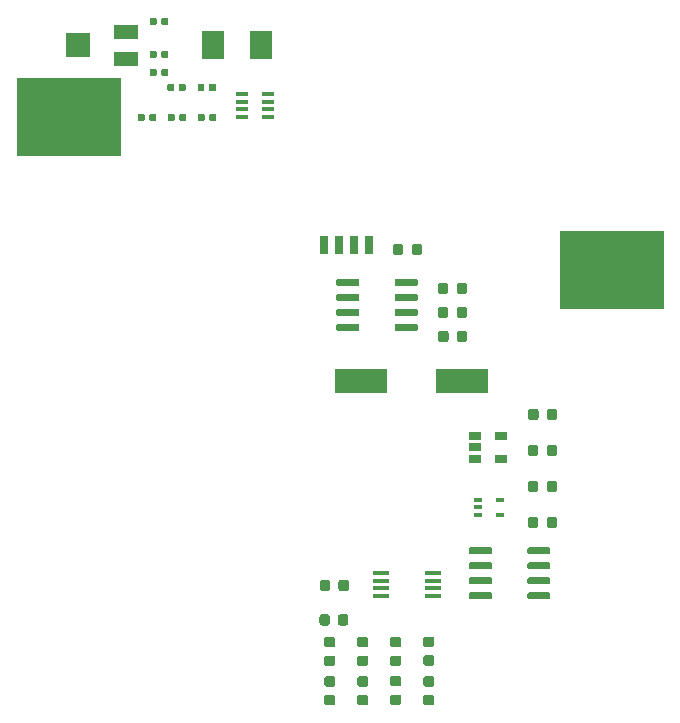
<source format=gbr>
G04 #@! TF.GenerationSoftware,KiCad,Pcbnew,(5.1.5-0-10_14)*
G04 #@! TF.CreationDate,2020-06-30T17:37:43-04:00*
G04 #@! TF.ProjectId,Pinky,50696e6b-792e-46b6-9963-61645f706362,rev?*
G04 #@! TF.SameCoordinates,Original*
G04 #@! TF.FileFunction,Paste,Top*
G04 #@! TF.FilePolarity,Positive*
%FSLAX46Y46*%
G04 Gerber Fmt 4.6, Leading zero omitted, Abs format (unit mm)*
G04 Created by KiCad (PCBNEW (5.1.5-0-10_14)) date 2020-06-30 17:37:43*
%MOMM*%
%LPD*%
G04 APERTURE LIST*
%ADD10R,8.890000X6.600000*%
%ADD11C,0.100000*%
%ADD12R,1.900000X2.400000*%
%ADD13R,4.500000X2.000000*%
%ADD14R,0.650000X0.400000*%
%ADD15R,1.060000X0.650000*%
%ADD16R,0.700000X1.600000*%
%ADD17R,1.450000X0.450000*%
%ADD18R,1.060000X0.400000*%
%ADD19R,2.000000X1.300000*%
%ADD20R,2.000000X2.000000*%
G04 APERTURE END LIST*
D10*
X165608000Y-78994000D03*
X119632000Y-66040000D03*
D11*
G36*
X126953958Y-57592710D02*
G01*
X126968276Y-57594834D01*
X126982317Y-57598351D01*
X126995946Y-57603228D01*
X127009031Y-57609417D01*
X127021447Y-57616858D01*
X127033073Y-57625481D01*
X127043798Y-57635202D01*
X127053519Y-57645927D01*
X127062142Y-57657553D01*
X127069583Y-57669969D01*
X127075772Y-57683054D01*
X127080649Y-57696683D01*
X127084166Y-57710724D01*
X127086290Y-57725042D01*
X127087000Y-57739500D01*
X127087000Y-58084500D01*
X127086290Y-58098958D01*
X127084166Y-58113276D01*
X127080649Y-58127317D01*
X127075772Y-58140946D01*
X127069583Y-58154031D01*
X127062142Y-58166447D01*
X127053519Y-58178073D01*
X127043798Y-58188798D01*
X127033073Y-58198519D01*
X127021447Y-58207142D01*
X127009031Y-58214583D01*
X126995946Y-58220772D01*
X126982317Y-58225649D01*
X126968276Y-58229166D01*
X126953958Y-58231290D01*
X126939500Y-58232000D01*
X126644500Y-58232000D01*
X126630042Y-58231290D01*
X126615724Y-58229166D01*
X126601683Y-58225649D01*
X126588054Y-58220772D01*
X126574969Y-58214583D01*
X126562553Y-58207142D01*
X126550927Y-58198519D01*
X126540202Y-58188798D01*
X126530481Y-58178073D01*
X126521858Y-58166447D01*
X126514417Y-58154031D01*
X126508228Y-58140946D01*
X126503351Y-58127317D01*
X126499834Y-58113276D01*
X126497710Y-58098958D01*
X126497000Y-58084500D01*
X126497000Y-57739500D01*
X126497710Y-57725042D01*
X126499834Y-57710724D01*
X126503351Y-57696683D01*
X126508228Y-57683054D01*
X126514417Y-57669969D01*
X126521858Y-57657553D01*
X126530481Y-57645927D01*
X126540202Y-57635202D01*
X126550927Y-57625481D01*
X126562553Y-57616858D01*
X126574969Y-57609417D01*
X126588054Y-57603228D01*
X126601683Y-57598351D01*
X126615724Y-57594834D01*
X126630042Y-57592710D01*
X126644500Y-57592000D01*
X126939500Y-57592000D01*
X126953958Y-57592710D01*
G37*
G36*
X127923958Y-57592710D02*
G01*
X127938276Y-57594834D01*
X127952317Y-57598351D01*
X127965946Y-57603228D01*
X127979031Y-57609417D01*
X127991447Y-57616858D01*
X128003073Y-57625481D01*
X128013798Y-57635202D01*
X128023519Y-57645927D01*
X128032142Y-57657553D01*
X128039583Y-57669969D01*
X128045772Y-57683054D01*
X128050649Y-57696683D01*
X128054166Y-57710724D01*
X128056290Y-57725042D01*
X128057000Y-57739500D01*
X128057000Y-58084500D01*
X128056290Y-58098958D01*
X128054166Y-58113276D01*
X128050649Y-58127317D01*
X128045772Y-58140946D01*
X128039583Y-58154031D01*
X128032142Y-58166447D01*
X128023519Y-58178073D01*
X128013798Y-58188798D01*
X128003073Y-58198519D01*
X127991447Y-58207142D01*
X127979031Y-58214583D01*
X127965946Y-58220772D01*
X127952317Y-58225649D01*
X127938276Y-58229166D01*
X127923958Y-58231290D01*
X127909500Y-58232000D01*
X127614500Y-58232000D01*
X127600042Y-58231290D01*
X127585724Y-58229166D01*
X127571683Y-58225649D01*
X127558054Y-58220772D01*
X127544969Y-58214583D01*
X127532553Y-58207142D01*
X127520927Y-58198519D01*
X127510202Y-58188798D01*
X127500481Y-58178073D01*
X127491858Y-58166447D01*
X127484417Y-58154031D01*
X127478228Y-58140946D01*
X127473351Y-58127317D01*
X127469834Y-58113276D01*
X127467710Y-58098958D01*
X127467000Y-58084500D01*
X127467000Y-57739500D01*
X127467710Y-57725042D01*
X127469834Y-57710724D01*
X127473351Y-57696683D01*
X127478228Y-57683054D01*
X127484417Y-57669969D01*
X127491858Y-57657553D01*
X127500481Y-57645927D01*
X127510202Y-57635202D01*
X127520927Y-57625481D01*
X127532553Y-57616858D01*
X127544969Y-57609417D01*
X127558054Y-57603228D01*
X127571683Y-57598351D01*
X127585724Y-57594834D01*
X127600042Y-57592710D01*
X127614500Y-57592000D01*
X127909500Y-57592000D01*
X127923958Y-57592710D01*
G37*
G36*
X126953958Y-60386710D02*
G01*
X126968276Y-60388834D01*
X126982317Y-60392351D01*
X126995946Y-60397228D01*
X127009031Y-60403417D01*
X127021447Y-60410858D01*
X127033073Y-60419481D01*
X127043798Y-60429202D01*
X127053519Y-60439927D01*
X127062142Y-60451553D01*
X127069583Y-60463969D01*
X127075772Y-60477054D01*
X127080649Y-60490683D01*
X127084166Y-60504724D01*
X127086290Y-60519042D01*
X127087000Y-60533500D01*
X127087000Y-60878500D01*
X127086290Y-60892958D01*
X127084166Y-60907276D01*
X127080649Y-60921317D01*
X127075772Y-60934946D01*
X127069583Y-60948031D01*
X127062142Y-60960447D01*
X127053519Y-60972073D01*
X127043798Y-60982798D01*
X127033073Y-60992519D01*
X127021447Y-61001142D01*
X127009031Y-61008583D01*
X126995946Y-61014772D01*
X126982317Y-61019649D01*
X126968276Y-61023166D01*
X126953958Y-61025290D01*
X126939500Y-61026000D01*
X126644500Y-61026000D01*
X126630042Y-61025290D01*
X126615724Y-61023166D01*
X126601683Y-61019649D01*
X126588054Y-61014772D01*
X126574969Y-61008583D01*
X126562553Y-61001142D01*
X126550927Y-60992519D01*
X126540202Y-60982798D01*
X126530481Y-60972073D01*
X126521858Y-60960447D01*
X126514417Y-60948031D01*
X126508228Y-60934946D01*
X126503351Y-60921317D01*
X126499834Y-60907276D01*
X126497710Y-60892958D01*
X126497000Y-60878500D01*
X126497000Y-60533500D01*
X126497710Y-60519042D01*
X126499834Y-60504724D01*
X126503351Y-60490683D01*
X126508228Y-60477054D01*
X126514417Y-60463969D01*
X126521858Y-60451553D01*
X126530481Y-60439927D01*
X126540202Y-60429202D01*
X126550927Y-60419481D01*
X126562553Y-60410858D01*
X126574969Y-60403417D01*
X126588054Y-60397228D01*
X126601683Y-60392351D01*
X126615724Y-60388834D01*
X126630042Y-60386710D01*
X126644500Y-60386000D01*
X126939500Y-60386000D01*
X126953958Y-60386710D01*
G37*
G36*
X127923958Y-60386710D02*
G01*
X127938276Y-60388834D01*
X127952317Y-60392351D01*
X127965946Y-60397228D01*
X127979031Y-60403417D01*
X127991447Y-60410858D01*
X128003073Y-60419481D01*
X128013798Y-60429202D01*
X128023519Y-60439927D01*
X128032142Y-60451553D01*
X128039583Y-60463969D01*
X128045772Y-60477054D01*
X128050649Y-60490683D01*
X128054166Y-60504724D01*
X128056290Y-60519042D01*
X128057000Y-60533500D01*
X128057000Y-60878500D01*
X128056290Y-60892958D01*
X128054166Y-60907276D01*
X128050649Y-60921317D01*
X128045772Y-60934946D01*
X128039583Y-60948031D01*
X128032142Y-60960447D01*
X128023519Y-60972073D01*
X128013798Y-60982798D01*
X128003073Y-60992519D01*
X127991447Y-61001142D01*
X127979031Y-61008583D01*
X127965946Y-61014772D01*
X127952317Y-61019649D01*
X127938276Y-61023166D01*
X127923958Y-61025290D01*
X127909500Y-61026000D01*
X127614500Y-61026000D01*
X127600042Y-61025290D01*
X127585724Y-61023166D01*
X127571683Y-61019649D01*
X127558054Y-61014772D01*
X127544969Y-61008583D01*
X127532553Y-61001142D01*
X127520927Y-60992519D01*
X127510202Y-60982798D01*
X127500481Y-60972073D01*
X127491858Y-60960447D01*
X127484417Y-60948031D01*
X127478228Y-60934946D01*
X127473351Y-60921317D01*
X127469834Y-60907276D01*
X127467710Y-60892958D01*
X127467000Y-60878500D01*
X127467000Y-60533500D01*
X127467710Y-60519042D01*
X127469834Y-60504724D01*
X127473351Y-60490683D01*
X127478228Y-60477054D01*
X127484417Y-60463969D01*
X127491858Y-60451553D01*
X127500481Y-60439927D01*
X127510202Y-60429202D01*
X127520927Y-60419481D01*
X127532553Y-60410858D01*
X127544969Y-60403417D01*
X127558054Y-60397228D01*
X127571683Y-60392351D01*
X127585724Y-60388834D01*
X127600042Y-60386710D01*
X127614500Y-60386000D01*
X127909500Y-60386000D01*
X127923958Y-60386710D01*
G37*
G36*
X126953958Y-61910710D02*
G01*
X126968276Y-61912834D01*
X126982317Y-61916351D01*
X126995946Y-61921228D01*
X127009031Y-61927417D01*
X127021447Y-61934858D01*
X127033073Y-61943481D01*
X127043798Y-61953202D01*
X127053519Y-61963927D01*
X127062142Y-61975553D01*
X127069583Y-61987969D01*
X127075772Y-62001054D01*
X127080649Y-62014683D01*
X127084166Y-62028724D01*
X127086290Y-62043042D01*
X127087000Y-62057500D01*
X127087000Y-62402500D01*
X127086290Y-62416958D01*
X127084166Y-62431276D01*
X127080649Y-62445317D01*
X127075772Y-62458946D01*
X127069583Y-62472031D01*
X127062142Y-62484447D01*
X127053519Y-62496073D01*
X127043798Y-62506798D01*
X127033073Y-62516519D01*
X127021447Y-62525142D01*
X127009031Y-62532583D01*
X126995946Y-62538772D01*
X126982317Y-62543649D01*
X126968276Y-62547166D01*
X126953958Y-62549290D01*
X126939500Y-62550000D01*
X126644500Y-62550000D01*
X126630042Y-62549290D01*
X126615724Y-62547166D01*
X126601683Y-62543649D01*
X126588054Y-62538772D01*
X126574969Y-62532583D01*
X126562553Y-62525142D01*
X126550927Y-62516519D01*
X126540202Y-62506798D01*
X126530481Y-62496073D01*
X126521858Y-62484447D01*
X126514417Y-62472031D01*
X126508228Y-62458946D01*
X126503351Y-62445317D01*
X126499834Y-62431276D01*
X126497710Y-62416958D01*
X126497000Y-62402500D01*
X126497000Y-62057500D01*
X126497710Y-62043042D01*
X126499834Y-62028724D01*
X126503351Y-62014683D01*
X126508228Y-62001054D01*
X126514417Y-61987969D01*
X126521858Y-61975553D01*
X126530481Y-61963927D01*
X126540202Y-61953202D01*
X126550927Y-61943481D01*
X126562553Y-61934858D01*
X126574969Y-61927417D01*
X126588054Y-61921228D01*
X126601683Y-61916351D01*
X126615724Y-61912834D01*
X126630042Y-61910710D01*
X126644500Y-61910000D01*
X126939500Y-61910000D01*
X126953958Y-61910710D01*
G37*
G36*
X127923958Y-61910710D02*
G01*
X127938276Y-61912834D01*
X127952317Y-61916351D01*
X127965946Y-61921228D01*
X127979031Y-61927417D01*
X127991447Y-61934858D01*
X128003073Y-61943481D01*
X128013798Y-61953202D01*
X128023519Y-61963927D01*
X128032142Y-61975553D01*
X128039583Y-61987969D01*
X128045772Y-62001054D01*
X128050649Y-62014683D01*
X128054166Y-62028724D01*
X128056290Y-62043042D01*
X128057000Y-62057500D01*
X128057000Y-62402500D01*
X128056290Y-62416958D01*
X128054166Y-62431276D01*
X128050649Y-62445317D01*
X128045772Y-62458946D01*
X128039583Y-62472031D01*
X128032142Y-62484447D01*
X128023519Y-62496073D01*
X128013798Y-62506798D01*
X128003073Y-62516519D01*
X127991447Y-62525142D01*
X127979031Y-62532583D01*
X127965946Y-62538772D01*
X127952317Y-62543649D01*
X127938276Y-62547166D01*
X127923958Y-62549290D01*
X127909500Y-62550000D01*
X127614500Y-62550000D01*
X127600042Y-62549290D01*
X127585724Y-62547166D01*
X127571683Y-62543649D01*
X127558054Y-62538772D01*
X127544969Y-62532583D01*
X127532553Y-62525142D01*
X127520927Y-62516519D01*
X127510202Y-62506798D01*
X127500481Y-62496073D01*
X127491858Y-62484447D01*
X127484417Y-62472031D01*
X127478228Y-62458946D01*
X127473351Y-62445317D01*
X127469834Y-62431276D01*
X127467710Y-62416958D01*
X127467000Y-62402500D01*
X127467000Y-62057500D01*
X127467710Y-62043042D01*
X127469834Y-62028724D01*
X127473351Y-62014683D01*
X127478228Y-62001054D01*
X127484417Y-61987969D01*
X127491858Y-61975553D01*
X127500481Y-61963927D01*
X127510202Y-61953202D01*
X127520927Y-61943481D01*
X127532553Y-61934858D01*
X127544969Y-61927417D01*
X127558054Y-61921228D01*
X127571683Y-61916351D01*
X127585724Y-61912834D01*
X127600042Y-61910710D01*
X127614500Y-61910000D01*
X127909500Y-61910000D01*
X127923958Y-61910710D01*
G37*
D12*
X135926000Y-59944000D03*
X131826000Y-59944000D03*
D13*
X152908000Y-88392000D03*
X144408000Y-88392000D03*
D11*
G36*
X160286703Y-102443722D02*
G01*
X160301264Y-102445882D01*
X160315543Y-102449459D01*
X160329403Y-102454418D01*
X160342710Y-102460712D01*
X160355336Y-102468280D01*
X160367159Y-102477048D01*
X160378066Y-102486934D01*
X160387952Y-102497841D01*
X160396720Y-102509664D01*
X160404288Y-102522290D01*
X160410582Y-102535597D01*
X160415541Y-102549457D01*
X160419118Y-102563736D01*
X160421278Y-102578297D01*
X160422000Y-102593000D01*
X160422000Y-102893000D01*
X160421278Y-102907703D01*
X160419118Y-102922264D01*
X160415541Y-102936543D01*
X160410582Y-102950403D01*
X160404288Y-102963710D01*
X160396720Y-102976336D01*
X160387952Y-102988159D01*
X160378066Y-102999066D01*
X160367159Y-103008952D01*
X160355336Y-103017720D01*
X160342710Y-103025288D01*
X160329403Y-103031582D01*
X160315543Y-103036541D01*
X160301264Y-103040118D01*
X160286703Y-103042278D01*
X160272000Y-103043000D01*
X158622000Y-103043000D01*
X158607297Y-103042278D01*
X158592736Y-103040118D01*
X158578457Y-103036541D01*
X158564597Y-103031582D01*
X158551290Y-103025288D01*
X158538664Y-103017720D01*
X158526841Y-103008952D01*
X158515934Y-102999066D01*
X158506048Y-102988159D01*
X158497280Y-102976336D01*
X158489712Y-102963710D01*
X158483418Y-102950403D01*
X158478459Y-102936543D01*
X158474882Y-102922264D01*
X158472722Y-102907703D01*
X158472000Y-102893000D01*
X158472000Y-102593000D01*
X158472722Y-102578297D01*
X158474882Y-102563736D01*
X158478459Y-102549457D01*
X158483418Y-102535597D01*
X158489712Y-102522290D01*
X158497280Y-102509664D01*
X158506048Y-102497841D01*
X158515934Y-102486934D01*
X158526841Y-102477048D01*
X158538664Y-102468280D01*
X158551290Y-102460712D01*
X158564597Y-102454418D01*
X158578457Y-102449459D01*
X158592736Y-102445882D01*
X158607297Y-102443722D01*
X158622000Y-102443000D01*
X160272000Y-102443000D01*
X160286703Y-102443722D01*
G37*
G36*
X160286703Y-103713722D02*
G01*
X160301264Y-103715882D01*
X160315543Y-103719459D01*
X160329403Y-103724418D01*
X160342710Y-103730712D01*
X160355336Y-103738280D01*
X160367159Y-103747048D01*
X160378066Y-103756934D01*
X160387952Y-103767841D01*
X160396720Y-103779664D01*
X160404288Y-103792290D01*
X160410582Y-103805597D01*
X160415541Y-103819457D01*
X160419118Y-103833736D01*
X160421278Y-103848297D01*
X160422000Y-103863000D01*
X160422000Y-104163000D01*
X160421278Y-104177703D01*
X160419118Y-104192264D01*
X160415541Y-104206543D01*
X160410582Y-104220403D01*
X160404288Y-104233710D01*
X160396720Y-104246336D01*
X160387952Y-104258159D01*
X160378066Y-104269066D01*
X160367159Y-104278952D01*
X160355336Y-104287720D01*
X160342710Y-104295288D01*
X160329403Y-104301582D01*
X160315543Y-104306541D01*
X160301264Y-104310118D01*
X160286703Y-104312278D01*
X160272000Y-104313000D01*
X158622000Y-104313000D01*
X158607297Y-104312278D01*
X158592736Y-104310118D01*
X158578457Y-104306541D01*
X158564597Y-104301582D01*
X158551290Y-104295288D01*
X158538664Y-104287720D01*
X158526841Y-104278952D01*
X158515934Y-104269066D01*
X158506048Y-104258159D01*
X158497280Y-104246336D01*
X158489712Y-104233710D01*
X158483418Y-104220403D01*
X158478459Y-104206543D01*
X158474882Y-104192264D01*
X158472722Y-104177703D01*
X158472000Y-104163000D01*
X158472000Y-103863000D01*
X158472722Y-103848297D01*
X158474882Y-103833736D01*
X158478459Y-103819457D01*
X158483418Y-103805597D01*
X158489712Y-103792290D01*
X158497280Y-103779664D01*
X158506048Y-103767841D01*
X158515934Y-103756934D01*
X158526841Y-103747048D01*
X158538664Y-103738280D01*
X158551290Y-103730712D01*
X158564597Y-103724418D01*
X158578457Y-103719459D01*
X158592736Y-103715882D01*
X158607297Y-103713722D01*
X158622000Y-103713000D01*
X160272000Y-103713000D01*
X160286703Y-103713722D01*
G37*
G36*
X160286703Y-104983722D02*
G01*
X160301264Y-104985882D01*
X160315543Y-104989459D01*
X160329403Y-104994418D01*
X160342710Y-105000712D01*
X160355336Y-105008280D01*
X160367159Y-105017048D01*
X160378066Y-105026934D01*
X160387952Y-105037841D01*
X160396720Y-105049664D01*
X160404288Y-105062290D01*
X160410582Y-105075597D01*
X160415541Y-105089457D01*
X160419118Y-105103736D01*
X160421278Y-105118297D01*
X160422000Y-105133000D01*
X160422000Y-105433000D01*
X160421278Y-105447703D01*
X160419118Y-105462264D01*
X160415541Y-105476543D01*
X160410582Y-105490403D01*
X160404288Y-105503710D01*
X160396720Y-105516336D01*
X160387952Y-105528159D01*
X160378066Y-105539066D01*
X160367159Y-105548952D01*
X160355336Y-105557720D01*
X160342710Y-105565288D01*
X160329403Y-105571582D01*
X160315543Y-105576541D01*
X160301264Y-105580118D01*
X160286703Y-105582278D01*
X160272000Y-105583000D01*
X158622000Y-105583000D01*
X158607297Y-105582278D01*
X158592736Y-105580118D01*
X158578457Y-105576541D01*
X158564597Y-105571582D01*
X158551290Y-105565288D01*
X158538664Y-105557720D01*
X158526841Y-105548952D01*
X158515934Y-105539066D01*
X158506048Y-105528159D01*
X158497280Y-105516336D01*
X158489712Y-105503710D01*
X158483418Y-105490403D01*
X158478459Y-105476543D01*
X158474882Y-105462264D01*
X158472722Y-105447703D01*
X158472000Y-105433000D01*
X158472000Y-105133000D01*
X158472722Y-105118297D01*
X158474882Y-105103736D01*
X158478459Y-105089457D01*
X158483418Y-105075597D01*
X158489712Y-105062290D01*
X158497280Y-105049664D01*
X158506048Y-105037841D01*
X158515934Y-105026934D01*
X158526841Y-105017048D01*
X158538664Y-105008280D01*
X158551290Y-105000712D01*
X158564597Y-104994418D01*
X158578457Y-104989459D01*
X158592736Y-104985882D01*
X158607297Y-104983722D01*
X158622000Y-104983000D01*
X160272000Y-104983000D01*
X160286703Y-104983722D01*
G37*
G36*
X160286703Y-106253722D02*
G01*
X160301264Y-106255882D01*
X160315543Y-106259459D01*
X160329403Y-106264418D01*
X160342710Y-106270712D01*
X160355336Y-106278280D01*
X160367159Y-106287048D01*
X160378066Y-106296934D01*
X160387952Y-106307841D01*
X160396720Y-106319664D01*
X160404288Y-106332290D01*
X160410582Y-106345597D01*
X160415541Y-106359457D01*
X160419118Y-106373736D01*
X160421278Y-106388297D01*
X160422000Y-106403000D01*
X160422000Y-106703000D01*
X160421278Y-106717703D01*
X160419118Y-106732264D01*
X160415541Y-106746543D01*
X160410582Y-106760403D01*
X160404288Y-106773710D01*
X160396720Y-106786336D01*
X160387952Y-106798159D01*
X160378066Y-106809066D01*
X160367159Y-106818952D01*
X160355336Y-106827720D01*
X160342710Y-106835288D01*
X160329403Y-106841582D01*
X160315543Y-106846541D01*
X160301264Y-106850118D01*
X160286703Y-106852278D01*
X160272000Y-106853000D01*
X158622000Y-106853000D01*
X158607297Y-106852278D01*
X158592736Y-106850118D01*
X158578457Y-106846541D01*
X158564597Y-106841582D01*
X158551290Y-106835288D01*
X158538664Y-106827720D01*
X158526841Y-106818952D01*
X158515934Y-106809066D01*
X158506048Y-106798159D01*
X158497280Y-106786336D01*
X158489712Y-106773710D01*
X158483418Y-106760403D01*
X158478459Y-106746543D01*
X158474882Y-106732264D01*
X158472722Y-106717703D01*
X158472000Y-106703000D01*
X158472000Y-106403000D01*
X158472722Y-106388297D01*
X158474882Y-106373736D01*
X158478459Y-106359457D01*
X158483418Y-106345597D01*
X158489712Y-106332290D01*
X158497280Y-106319664D01*
X158506048Y-106307841D01*
X158515934Y-106296934D01*
X158526841Y-106287048D01*
X158538664Y-106278280D01*
X158551290Y-106270712D01*
X158564597Y-106264418D01*
X158578457Y-106259459D01*
X158592736Y-106255882D01*
X158607297Y-106253722D01*
X158622000Y-106253000D01*
X160272000Y-106253000D01*
X160286703Y-106253722D01*
G37*
G36*
X155336703Y-106253722D02*
G01*
X155351264Y-106255882D01*
X155365543Y-106259459D01*
X155379403Y-106264418D01*
X155392710Y-106270712D01*
X155405336Y-106278280D01*
X155417159Y-106287048D01*
X155428066Y-106296934D01*
X155437952Y-106307841D01*
X155446720Y-106319664D01*
X155454288Y-106332290D01*
X155460582Y-106345597D01*
X155465541Y-106359457D01*
X155469118Y-106373736D01*
X155471278Y-106388297D01*
X155472000Y-106403000D01*
X155472000Y-106703000D01*
X155471278Y-106717703D01*
X155469118Y-106732264D01*
X155465541Y-106746543D01*
X155460582Y-106760403D01*
X155454288Y-106773710D01*
X155446720Y-106786336D01*
X155437952Y-106798159D01*
X155428066Y-106809066D01*
X155417159Y-106818952D01*
X155405336Y-106827720D01*
X155392710Y-106835288D01*
X155379403Y-106841582D01*
X155365543Y-106846541D01*
X155351264Y-106850118D01*
X155336703Y-106852278D01*
X155322000Y-106853000D01*
X153672000Y-106853000D01*
X153657297Y-106852278D01*
X153642736Y-106850118D01*
X153628457Y-106846541D01*
X153614597Y-106841582D01*
X153601290Y-106835288D01*
X153588664Y-106827720D01*
X153576841Y-106818952D01*
X153565934Y-106809066D01*
X153556048Y-106798159D01*
X153547280Y-106786336D01*
X153539712Y-106773710D01*
X153533418Y-106760403D01*
X153528459Y-106746543D01*
X153524882Y-106732264D01*
X153522722Y-106717703D01*
X153522000Y-106703000D01*
X153522000Y-106403000D01*
X153522722Y-106388297D01*
X153524882Y-106373736D01*
X153528459Y-106359457D01*
X153533418Y-106345597D01*
X153539712Y-106332290D01*
X153547280Y-106319664D01*
X153556048Y-106307841D01*
X153565934Y-106296934D01*
X153576841Y-106287048D01*
X153588664Y-106278280D01*
X153601290Y-106270712D01*
X153614597Y-106264418D01*
X153628457Y-106259459D01*
X153642736Y-106255882D01*
X153657297Y-106253722D01*
X153672000Y-106253000D01*
X155322000Y-106253000D01*
X155336703Y-106253722D01*
G37*
G36*
X155336703Y-104983722D02*
G01*
X155351264Y-104985882D01*
X155365543Y-104989459D01*
X155379403Y-104994418D01*
X155392710Y-105000712D01*
X155405336Y-105008280D01*
X155417159Y-105017048D01*
X155428066Y-105026934D01*
X155437952Y-105037841D01*
X155446720Y-105049664D01*
X155454288Y-105062290D01*
X155460582Y-105075597D01*
X155465541Y-105089457D01*
X155469118Y-105103736D01*
X155471278Y-105118297D01*
X155472000Y-105133000D01*
X155472000Y-105433000D01*
X155471278Y-105447703D01*
X155469118Y-105462264D01*
X155465541Y-105476543D01*
X155460582Y-105490403D01*
X155454288Y-105503710D01*
X155446720Y-105516336D01*
X155437952Y-105528159D01*
X155428066Y-105539066D01*
X155417159Y-105548952D01*
X155405336Y-105557720D01*
X155392710Y-105565288D01*
X155379403Y-105571582D01*
X155365543Y-105576541D01*
X155351264Y-105580118D01*
X155336703Y-105582278D01*
X155322000Y-105583000D01*
X153672000Y-105583000D01*
X153657297Y-105582278D01*
X153642736Y-105580118D01*
X153628457Y-105576541D01*
X153614597Y-105571582D01*
X153601290Y-105565288D01*
X153588664Y-105557720D01*
X153576841Y-105548952D01*
X153565934Y-105539066D01*
X153556048Y-105528159D01*
X153547280Y-105516336D01*
X153539712Y-105503710D01*
X153533418Y-105490403D01*
X153528459Y-105476543D01*
X153524882Y-105462264D01*
X153522722Y-105447703D01*
X153522000Y-105433000D01*
X153522000Y-105133000D01*
X153522722Y-105118297D01*
X153524882Y-105103736D01*
X153528459Y-105089457D01*
X153533418Y-105075597D01*
X153539712Y-105062290D01*
X153547280Y-105049664D01*
X153556048Y-105037841D01*
X153565934Y-105026934D01*
X153576841Y-105017048D01*
X153588664Y-105008280D01*
X153601290Y-105000712D01*
X153614597Y-104994418D01*
X153628457Y-104989459D01*
X153642736Y-104985882D01*
X153657297Y-104983722D01*
X153672000Y-104983000D01*
X155322000Y-104983000D01*
X155336703Y-104983722D01*
G37*
G36*
X155336703Y-103713722D02*
G01*
X155351264Y-103715882D01*
X155365543Y-103719459D01*
X155379403Y-103724418D01*
X155392710Y-103730712D01*
X155405336Y-103738280D01*
X155417159Y-103747048D01*
X155428066Y-103756934D01*
X155437952Y-103767841D01*
X155446720Y-103779664D01*
X155454288Y-103792290D01*
X155460582Y-103805597D01*
X155465541Y-103819457D01*
X155469118Y-103833736D01*
X155471278Y-103848297D01*
X155472000Y-103863000D01*
X155472000Y-104163000D01*
X155471278Y-104177703D01*
X155469118Y-104192264D01*
X155465541Y-104206543D01*
X155460582Y-104220403D01*
X155454288Y-104233710D01*
X155446720Y-104246336D01*
X155437952Y-104258159D01*
X155428066Y-104269066D01*
X155417159Y-104278952D01*
X155405336Y-104287720D01*
X155392710Y-104295288D01*
X155379403Y-104301582D01*
X155365543Y-104306541D01*
X155351264Y-104310118D01*
X155336703Y-104312278D01*
X155322000Y-104313000D01*
X153672000Y-104313000D01*
X153657297Y-104312278D01*
X153642736Y-104310118D01*
X153628457Y-104306541D01*
X153614597Y-104301582D01*
X153601290Y-104295288D01*
X153588664Y-104287720D01*
X153576841Y-104278952D01*
X153565934Y-104269066D01*
X153556048Y-104258159D01*
X153547280Y-104246336D01*
X153539712Y-104233710D01*
X153533418Y-104220403D01*
X153528459Y-104206543D01*
X153524882Y-104192264D01*
X153522722Y-104177703D01*
X153522000Y-104163000D01*
X153522000Y-103863000D01*
X153522722Y-103848297D01*
X153524882Y-103833736D01*
X153528459Y-103819457D01*
X153533418Y-103805597D01*
X153539712Y-103792290D01*
X153547280Y-103779664D01*
X153556048Y-103767841D01*
X153565934Y-103756934D01*
X153576841Y-103747048D01*
X153588664Y-103738280D01*
X153601290Y-103730712D01*
X153614597Y-103724418D01*
X153628457Y-103719459D01*
X153642736Y-103715882D01*
X153657297Y-103713722D01*
X153672000Y-103713000D01*
X155322000Y-103713000D01*
X155336703Y-103713722D01*
G37*
G36*
X155336703Y-102443722D02*
G01*
X155351264Y-102445882D01*
X155365543Y-102449459D01*
X155379403Y-102454418D01*
X155392710Y-102460712D01*
X155405336Y-102468280D01*
X155417159Y-102477048D01*
X155428066Y-102486934D01*
X155437952Y-102497841D01*
X155446720Y-102509664D01*
X155454288Y-102522290D01*
X155460582Y-102535597D01*
X155465541Y-102549457D01*
X155469118Y-102563736D01*
X155471278Y-102578297D01*
X155472000Y-102593000D01*
X155472000Y-102893000D01*
X155471278Y-102907703D01*
X155469118Y-102922264D01*
X155465541Y-102936543D01*
X155460582Y-102950403D01*
X155454288Y-102963710D01*
X155446720Y-102976336D01*
X155437952Y-102988159D01*
X155428066Y-102999066D01*
X155417159Y-103008952D01*
X155405336Y-103017720D01*
X155392710Y-103025288D01*
X155379403Y-103031582D01*
X155365543Y-103036541D01*
X155351264Y-103040118D01*
X155336703Y-103042278D01*
X155322000Y-103043000D01*
X153672000Y-103043000D01*
X153657297Y-103042278D01*
X153642736Y-103040118D01*
X153628457Y-103036541D01*
X153614597Y-103031582D01*
X153601290Y-103025288D01*
X153588664Y-103017720D01*
X153576841Y-103008952D01*
X153565934Y-102999066D01*
X153556048Y-102988159D01*
X153547280Y-102976336D01*
X153539712Y-102963710D01*
X153533418Y-102950403D01*
X153528459Y-102936543D01*
X153524882Y-102922264D01*
X153522722Y-102907703D01*
X153522000Y-102893000D01*
X153522000Y-102593000D01*
X153522722Y-102578297D01*
X153524882Y-102563736D01*
X153528459Y-102549457D01*
X153533418Y-102535597D01*
X153539712Y-102522290D01*
X153547280Y-102509664D01*
X153556048Y-102497841D01*
X153565934Y-102486934D01*
X153576841Y-102477048D01*
X153588664Y-102468280D01*
X153601290Y-102460712D01*
X153614597Y-102454418D01*
X153628457Y-102449459D01*
X153642736Y-102445882D01*
X153657297Y-102443722D01*
X153672000Y-102443000D01*
X155322000Y-102443000D01*
X155336703Y-102443722D01*
G37*
D14*
X156144000Y-98410000D03*
X156144000Y-99710000D03*
X154244000Y-99060000D03*
X154244000Y-99710000D03*
X154244000Y-98410000D03*
D15*
X156210000Y-93030000D03*
X156210000Y-94930000D03*
X154010000Y-94930000D03*
X154010000Y-93980000D03*
X154010000Y-93030000D03*
D16*
X141224000Y-76835000D03*
X142494000Y-76835000D03*
X143764000Y-76835000D03*
X145034000Y-76835000D03*
D17*
X150450000Y-104618000D03*
X150450000Y-105268000D03*
X150450000Y-105918000D03*
X150450000Y-106568000D03*
X146050000Y-106568000D03*
X146050000Y-105918000D03*
X146050000Y-105268000D03*
X146050000Y-104618000D03*
D11*
G36*
X144095703Y-83520722D02*
G01*
X144110264Y-83522882D01*
X144124543Y-83526459D01*
X144138403Y-83531418D01*
X144151710Y-83537712D01*
X144164336Y-83545280D01*
X144176159Y-83554048D01*
X144187066Y-83563934D01*
X144196952Y-83574841D01*
X144205720Y-83586664D01*
X144213288Y-83599290D01*
X144219582Y-83612597D01*
X144224541Y-83626457D01*
X144228118Y-83640736D01*
X144230278Y-83655297D01*
X144231000Y-83670000D01*
X144231000Y-83970000D01*
X144230278Y-83984703D01*
X144228118Y-83999264D01*
X144224541Y-84013543D01*
X144219582Y-84027403D01*
X144213288Y-84040710D01*
X144205720Y-84053336D01*
X144196952Y-84065159D01*
X144187066Y-84076066D01*
X144176159Y-84085952D01*
X144164336Y-84094720D01*
X144151710Y-84102288D01*
X144138403Y-84108582D01*
X144124543Y-84113541D01*
X144110264Y-84117118D01*
X144095703Y-84119278D01*
X144081000Y-84120000D01*
X142431000Y-84120000D01*
X142416297Y-84119278D01*
X142401736Y-84117118D01*
X142387457Y-84113541D01*
X142373597Y-84108582D01*
X142360290Y-84102288D01*
X142347664Y-84094720D01*
X142335841Y-84085952D01*
X142324934Y-84076066D01*
X142315048Y-84065159D01*
X142306280Y-84053336D01*
X142298712Y-84040710D01*
X142292418Y-84027403D01*
X142287459Y-84013543D01*
X142283882Y-83999264D01*
X142281722Y-83984703D01*
X142281000Y-83970000D01*
X142281000Y-83670000D01*
X142281722Y-83655297D01*
X142283882Y-83640736D01*
X142287459Y-83626457D01*
X142292418Y-83612597D01*
X142298712Y-83599290D01*
X142306280Y-83586664D01*
X142315048Y-83574841D01*
X142324934Y-83563934D01*
X142335841Y-83554048D01*
X142347664Y-83545280D01*
X142360290Y-83537712D01*
X142373597Y-83531418D01*
X142387457Y-83526459D01*
X142401736Y-83522882D01*
X142416297Y-83520722D01*
X142431000Y-83520000D01*
X144081000Y-83520000D01*
X144095703Y-83520722D01*
G37*
G36*
X144095703Y-82250722D02*
G01*
X144110264Y-82252882D01*
X144124543Y-82256459D01*
X144138403Y-82261418D01*
X144151710Y-82267712D01*
X144164336Y-82275280D01*
X144176159Y-82284048D01*
X144187066Y-82293934D01*
X144196952Y-82304841D01*
X144205720Y-82316664D01*
X144213288Y-82329290D01*
X144219582Y-82342597D01*
X144224541Y-82356457D01*
X144228118Y-82370736D01*
X144230278Y-82385297D01*
X144231000Y-82400000D01*
X144231000Y-82700000D01*
X144230278Y-82714703D01*
X144228118Y-82729264D01*
X144224541Y-82743543D01*
X144219582Y-82757403D01*
X144213288Y-82770710D01*
X144205720Y-82783336D01*
X144196952Y-82795159D01*
X144187066Y-82806066D01*
X144176159Y-82815952D01*
X144164336Y-82824720D01*
X144151710Y-82832288D01*
X144138403Y-82838582D01*
X144124543Y-82843541D01*
X144110264Y-82847118D01*
X144095703Y-82849278D01*
X144081000Y-82850000D01*
X142431000Y-82850000D01*
X142416297Y-82849278D01*
X142401736Y-82847118D01*
X142387457Y-82843541D01*
X142373597Y-82838582D01*
X142360290Y-82832288D01*
X142347664Y-82824720D01*
X142335841Y-82815952D01*
X142324934Y-82806066D01*
X142315048Y-82795159D01*
X142306280Y-82783336D01*
X142298712Y-82770710D01*
X142292418Y-82757403D01*
X142287459Y-82743543D01*
X142283882Y-82729264D01*
X142281722Y-82714703D01*
X142281000Y-82700000D01*
X142281000Y-82400000D01*
X142281722Y-82385297D01*
X142283882Y-82370736D01*
X142287459Y-82356457D01*
X142292418Y-82342597D01*
X142298712Y-82329290D01*
X142306280Y-82316664D01*
X142315048Y-82304841D01*
X142324934Y-82293934D01*
X142335841Y-82284048D01*
X142347664Y-82275280D01*
X142360290Y-82267712D01*
X142373597Y-82261418D01*
X142387457Y-82256459D01*
X142401736Y-82252882D01*
X142416297Y-82250722D01*
X142431000Y-82250000D01*
X144081000Y-82250000D01*
X144095703Y-82250722D01*
G37*
G36*
X144095703Y-80980722D02*
G01*
X144110264Y-80982882D01*
X144124543Y-80986459D01*
X144138403Y-80991418D01*
X144151710Y-80997712D01*
X144164336Y-81005280D01*
X144176159Y-81014048D01*
X144187066Y-81023934D01*
X144196952Y-81034841D01*
X144205720Y-81046664D01*
X144213288Y-81059290D01*
X144219582Y-81072597D01*
X144224541Y-81086457D01*
X144228118Y-81100736D01*
X144230278Y-81115297D01*
X144231000Y-81130000D01*
X144231000Y-81430000D01*
X144230278Y-81444703D01*
X144228118Y-81459264D01*
X144224541Y-81473543D01*
X144219582Y-81487403D01*
X144213288Y-81500710D01*
X144205720Y-81513336D01*
X144196952Y-81525159D01*
X144187066Y-81536066D01*
X144176159Y-81545952D01*
X144164336Y-81554720D01*
X144151710Y-81562288D01*
X144138403Y-81568582D01*
X144124543Y-81573541D01*
X144110264Y-81577118D01*
X144095703Y-81579278D01*
X144081000Y-81580000D01*
X142431000Y-81580000D01*
X142416297Y-81579278D01*
X142401736Y-81577118D01*
X142387457Y-81573541D01*
X142373597Y-81568582D01*
X142360290Y-81562288D01*
X142347664Y-81554720D01*
X142335841Y-81545952D01*
X142324934Y-81536066D01*
X142315048Y-81525159D01*
X142306280Y-81513336D01*
X142298712Y-81500710D01*
X142292418Y-81487403D01*
X142287459Y-81473543D01*
X142283882Y-81459264D01*
X142281722Y-81444703D01*
X142281000Y-81430000D01*
X142281000Y-81130000D01*
X142281722Y-81115297D01*
X142283882Y-81100736D01*
X142287459Y-81086457D01*
X142292418Y-81072597D01*
X142298712Y-81059290D01*
X142306280Y-81046664D01*
X142315048Y-81034841D01*
X142324934Y-81023934D01*
X142335841Y-81014048D01*
X142347664Y-81005280D01*
X142360290Y-80997712D01*
X142373597Y-80991418D01*
X142387457Y-80986459D01*
X142401736Y-80982882D01*
X142416297Y-80980722D01*
X142431000Y-80980000D01*
X144081000Y-80980000D01*
X144095703Y-80980722D01*
G37*
G36*
X144095703Y-79710722D02*
G01*
X144110264Y-79712882D01*
X144124543Y-79716459D01*
X144138403Y-79721418D01*
X144151710Y-79727712D01*
X144164336Y-79735280D01*
X144176159Y-79744048D01*
X144187066Y-79753934D01*
X144196952Y-79764841D01*
X144205720Y-79776664D01*
X144213288Y-79789290D01*
X144219582Y-79802597D01*
X144224541Y-79816457D01*
X144228118Y-79830736D01*
X144230278Y-79845297D01*
X144231000Y-79860000D01*
X144231000Y-80160000D01*
X144230278Y-80174703D01*
X144228118Y-80189264D01*
X144224541Y-80203543D01*
X144219582Y-80217403D01*
X144213288Y-80230710D01*
X144205720Y-80243336D01*
X144196952Y-80255159D01*
X144187066Y-80266066D01*
X144176159Y-80275952D01*
X144164336Y-80284720D01*
X144151710Y-80292288D01*
X144138403Y-80298582D01*
X144124543Y-80303541D01*
X144110264Y-80307118D01*
X144095703Y-80309278D01*
X144081000Y-80310000D01*
X142431000Y-80310000D01*
X142416297Y-80309278D01*
X142401736Y-80307118D01*
X142387457Y-80303541D01*
X142373597Y-80298582D01*
X142360290Y-80292288D01*
X142347664Y-80284720D01*
X142335841Y-80275952D01*
X142324934Y-80266066D01*
X142315048Y-80255159D01*
X142306280Y-80243336D01*
X142298712Y-80230710D01*
X142292418Y-80217403D01*
X142287459Y-80203543D01*
X142283882Y-80189264D01*
X142281722Y-80174703D01*
X142281000Y-80160000D01*
X142281000Y-79860000D01*
X142281722Y-79845297D01*
X142283882Y-79830736D01*
X142287459Y-79816457D01*
X142292418Y-79802597D01*
X142298712Y-79789290D01*
X142306280Y-79776664D01*
X142315048Y-79764841D01*
X142324934Y-79753934D01*
X142335841Y-79744048D01*
X142347664Y-79735280D01*
X142360290Y-79727712D01*
X142373597Y-79721418D01*
X142387457Y-79716459D01*
X142401736Y-79712882D01*
X142416297Y-79710722D01*
X142431000Y-79710000D01*
X144081000Y-79710000D01*
X144095703Y-79710722D01*
G37*
G36*
X149045703Y-79710722D02*
G01*
X149060264Y-79712882D01*
X149074543Y-79716459D01*
X149088403Y-79721418D01*
X149101710Y-79727712D01*
X149114336Y-79735280D01*
X149126159Y-79744048D01*
X149137066Y-79753934D01*
X149146952Y-79764841D01*
X149155720Y-79776664D01*
X149163288Y-79789290D01*
X149169582Y-79802597D01*
X149174541Y-79816457D01*
X149178118Y-79830736D01*
X149180278Y-79845297D01*
X149181000Y-79860000D01*
X149181000Y-80160000D01*
X149180278Y-80174703D01*
X149178118Y-80189264D01*
X149174541Y-80203543D01*
X149169582Y-80217403D01*
X149163288Y-80230710D01*
X149155720Y-80243336D01*
X149146952Y-80255159D01*
X149137066Y-80266066D01*
X149126159Y-80275952D01*
X149114336Y-80284720D01*
X149101710Y-80292288D01*
X149088403Y-80298582D01*
X149074543Y-80303541D01*
X149060264Y-80307118D01*
X149045703Y-80309278D01*
X149031000Y-80310000D01*
X147381000Y-80310000D01*
X147366297Y-80309278D01*
X147351736Y-80307118D01*
X147337457Y-80303541D01*
X147323597Y-80298582D01*
X147310290Y-80292288D01*
X147297664Y-80284720D01*
X147285841Y-80275952D01*
X147274934Y-80266066D01*
X147265048Y-80255159D01*
X147256280Y-80243336D01*
X147248712Y-80230710D01*
X147242418Y-80217403D01*
X147237459Y-80203543D01*
X147233882Y-80189264D01*
X147231722Y-80174703D01*
X147231000Y-80160000D01*
X147231000Y-79860000D01*
X147231722Y-79845297D01*
X147233882Y-79830736D01*
X147237459Y-79816457D01*
X147242418Y-79802597D01*
X147248712Y-79789290D01*
X147256280Y-79776664D01*
X147265048Y-79764841D01*
X147274934Y-79753934D01*
X147285841Y-79744048D01*
X147297664Y-79735280D01*
X147310290Y-79727712D01*
X147323597Y-79721418D01*
X147337457Y-79716459D01*
X147351736Y-79712882D01*
X147366297Y-79710722D01*
X147381000Y-79710000D01*
X149031000Y-79710000D01*
X149045703Y-79710722D01*
G37*
G36*
X149045703Y-80980722D02*
G01*
X149060264Y-80982882D01*
X149074543Y-80986459D01*
X149088403Y-80991418D01*
X149101710Y-80997712D01*
X149114336Y-81005280D01*
X149126159Y-81014048D01*
X149137066Y-81023934D01*
X149146952Y-81034841D01*
X149155720Y-81046664D01*
X149163288Y-81059290D01*
X149169582Y-81072597D01*
X149174541Y-81086457D01*
X149178118Y-81100736D01*
X149180278Y-81115297D01*
X149181000Y-81130000D01*
X149181000Y-81430000D01*
X149180278Y-81444703D01*
X149178118Y-81459264D01*
X149174541Y-81473543D01*
X149169582Y-81487403D01*
X149163288Y-81500710D01*
X149155720Y-81513336D01*
X149146952Y-81525159D01*
X149137066Y-81536066D01*
X149126159Y-81545952D01*
X149114336Y-81554720D01*
X149101710Y-81562288D01*
X149088403Y-81568582D01*
X149074543Y-81573541D01*
X149060264Y-81577118D01*
X149045703Y-81579278D01*
X149031000Y-81580000D01*
X147381000Y-81580000D01*
X147366297Y-81579278D01*
X147351736Y-81577118D01*
X147337457Y-81573541D01*
X147323597Y-81568582D01*
X147310290Y-81562288D01*
X147297664Y-81554720D01*
X147285841Y-81545952D01*
X147274934Y-81536066D01*
X147265048Y-81525159D01*
X147256280Y-81513336D01*
X147248712Y-81500710D01*
X147242418Y-81487403D01*
X147237459Y-81473543D01*
X147233882Y-81459264D01*
X147231722Y-81444703D01*
X147231000Y-81430000D01*
X147231000Y-81130000D01*
X147231722Y-81115297D01*
X147233882Y-81100736D01*
X147237459Y-81086457D01*
X147242418Y-81072597D01*
X147248712Y-81059290D01*
X147256280Y-81046664D01*
X147265048Y-81034841D01*
X147274934Y-81023934D01*
X147285841Y-81014048D01*
X147297664Y-81005280D01*
X147310290Y-80997712D01*
X147323597Y-80991418D01*
X147337457Y-80986459D01*
X147351736Y-80982882D01*
X147366297Y-80980722D01*
X147381000Y-80980000D01*
X149031000Y-80980000D01*
X149045703Y-80980722D01*
G37*
G36*
X149045703Y-82250722D02*
G01*
X149060264Y-82252882D01*
X149074543Y-82256459D01*
X149088403Y-82261418D01*
X149101710Y-82267712D01*
X149114336Y-82275280D01*
X149126159Y-82284048D01*
X149137066Y-82293934D01*
X149146952Y-82304841D01*
X149155720Y-82316664D01*
X149163288Y-82329290D01*
X149169582Y-82342597D01*
X149174541Y-82356457D01*
X149178118Y-82370736D01*
X149180278Y-82385297D01*
X149181000Y-82400000D01*
X149181000Y-82700000D01*
X149180278Y-82714703D01*
X149178118Y-82729264D01*
X149174541Y-82743543D01*
X149169582Y-82757403D01*
X149163288Y-82770710D01*
X149155720Y-82783336D01*
X149146952Y-82795159D01*
X149137066Y-82806066D01*
X149126159Y-82815952D01*
X149114336Y-82824720D01*
X149101710Y-82832288D01*
X149088403Y-82838582D01*
X149074543Y-82843541D01*
X149060264Y-82847118D01*
X149045703Y-82849278D01*
X149031000Y-82850000D01*
X147381000Y-82850000D01*
X147366297Y-82849278D01*
X147351736Y-82847118D01*
X147337457Y-82843541D01*
X147323597Y-82838582D01*
X147310290Y-82832288D01*
X147297664Y-82824720D01*
X147285841Y-82815952D01*
X147274934Y-82806066D01*
X147265048Y-82795159D01*
X147256280Y-82783336D01*
X147248712Y-82770710D01*
X147242418Y-82757403D01*
X147237459Y-82743543D01*
X147233882Y-82729264D01*
X147231722Y-82714703D01*
X147231000Y-82700000D01*
X147231000Y-82400000D01*
X147231722Y-82385297D01*
X147233882Y-82370736D01*
X147237459Y-82356457D01*
X147242418Y-82342597D01*
X147248712Y-82329290D01*
X147256280Y-82316664D01*
X147265048Y-82304841D01*
X147274934Y-82293934D01*
X147285841Y-82284048D01*
X147297664Y-82275280D01*
X147310290Y-82267712D01*
X147323597Y-82261418D01*
X147337457Y-82256459D01*
X147351736Y-82252882D01*
X147366297Y-82250722D01*
X147381000Y-82250000D01*
X149031000Y-82250000D01*
X149045703Y-82250722D01*
G37*
G36*
X149045703Y-83520722D02*
G01*
X149060264Y-83522882D01*
X149074543Y-83526459D01*
X149088403Y-83531418D01*
X149101710Y-83537712D01*
X149114336Y-83545280D01*
X149126159Y-83554048D01*
X149137066Y-83563934D01*
X149146952Y-83574841D01*
X149155720Y-83586664D01*
X149163288Y-83599290D01*
X149169582Y-83612597D01*
X149174541Y-83626457D01*
X149178118Y-83640736D01*
X149180278Y-83655297D01*
X149181000Y-83670000D01*
X149181000Y-83970000D01*
X149180278Y-83984703D01*
X149178118Y-83999264D01*
X149174541Y-84013543D01*
X149169582Y-84027403D01*
X149163288Y-84040710D01*
X149155720Y-84053336D01*
X149146952Y-84065159D01*
X149137066Y-84076066D01*
X149126159Y-84085952D01*
X149114336Y-84094720D01*
X149101710Y-84102288D01*
X149088403Y-84108582D01*
X149074543Y-84113541D01*
X149060264Y-84117118D01*
X149045703Y-84119278D01*
X149031000Y-84120000D01*
X147381000Y-84120000D01*
X147366297Y-84119278D01*
X147351736Y-84117118D01*
X147337457Y-84113541D01*
X147323597Y-84108582D01*
X147310290Y-84102288D01*
X147297664Y-84094720D01*
X147285841Y-84085952D01*
X147274934Y-84076066D01*
X147265048Y-84065159D01*
X147256280Y-84053336D01*
X147248712Y-84040710D01*
X147242418Y-84027403D01*
X147237459Y-84013543D01*
X147233882Y-83999264D01*
X147231722Y-83984703D01*
X147231000Y-83970000D01*
X147231000Y-83670000D01*
X147231722Y-83655297D01*
X147233882Y-83640736D01*
X147237459Y-83626457D01*
X147242418Y-83612597D01*
X147248712Y-83599290D01*
X147256280Y-83586664D01*
X147265048Y-83574841D01*
X147274934Y-83563934D01*
X147285841Y-83554048D01*
X147297664Y-83545280D01*
X147310290Y-83537712D01*
X147323597Y-83531418D01*
X147337457Y-83526459D01*
X147351736Y-83522882D01*
X147366297Y-83520722D01*
X147381000Y-83520000D01*
X149031000Y-83520000D01*
X149045703Y-83520722D01*
G37*
D18*
X136482000Y-64044000D03*
X136482000Y-64694000D03*
X136482000Y-65354000D03*
X136482000Y-66004000D03*
X134282000Y-66004000D03*
X134282000Y-65354000D03*
X134282000Y-64694000D03*
X134282000Y-64044000D03*
D19*
X124460000Y-58794000D03*
D20*
X120460000Y-59944000D03*
D19*
X124460000Y-61094000D03*
D11*
G36*
X160768191Y-96808053D02*
G01*
X160789426Y-96811203D01*
X160810250Y-96816419D01*
X160830462Y-96823651D01*
X160849868Y-96832830D01*
X160868281Y-96843866D01*
X160885524Y-96856654D01*
X160901430Y-96871070D01*
X160915846Y-96886976D01*
X160928634Y-96904219D01*
X160939670Y-96922632D01*
X160948849Y-96942038D01*
X160956081Y-96962250D01*
X160961297Y-96983074D01*
X160964447Y-97004309D01*
X160965500Y-97025750D01*
X160965500Y-97538250D01*
X160964447Y-97559691D01*
X160961297Y-97580926D01*
X160956081Y-97601750D01*
X160948849Y-97621962D01*
X160939670Y-97641368D01*
X160928634Y-97659781D01*
X160915846Y-97677024D01*
X160901430Y-97692930D01*
X160885524Y-97707346D01*
X160868281Y-97720134D01*
X160849868Y-97731170D01*
X160830462Y-97740349D01*
X160810250Y-97747581D01*
X160789426Y-97752797D01*
X160768191Y-97755947D01*
X160746750Y-97757000D01*
X160309250Y-97757000D01*
X160287809Y-97755947D01*
X160266574Y-97752797D01*
X160245750Y-97747581D01*
X160225538Y-97740349D01*
X160206132Y-97731170D01*
X160187719Y-97720134D01*
X160170476Y-97707346D01*
X160154570Y-97692930D01*
X160140154Y-97677024D01*
X160127366Y-97659781D01*
X160116330Y-97641368D01*
X160107151Y-97621962D01*
X160099919Y-97601750D01*
X160094703Y-97580926D01*
X160091553Y-97559691D01*
X160090500Y-97538250D01*
X160090500Y-97025750D01*
X160091553Y-97004309D01*
X160094703Y-96983074D01*
X160099919Y-96962250D01*
X160107151Y-96942038D01*
X160116330Y-96922632D01*
X160127366Y-96904219D01*
X160140154Y-96886976D01*
X160154570Y-96871070D01*
X160170476Y-96856654D01*
X160187719Y-96843866D01*
X160206132Y-96832830D01*
X160225538Y-96823651D01*
X160245750Y-96816419D01*
X160266574Y-96811203D01*
X160287809Y-96808053D01*
X160309250Y-96807000D01*
X160746750Y-96807000D01*
X160768191Y-96808053D01*
G37*
G36*
X159193191Y-96808053D02*
G01*
X159214426Y-96811203D01*
X159235250Y-96816419D01*
X159255462Y-96823651D01*
X159274868Y-96832830D01*
X159293281Y-96843866D01*
X159310524Y-96856654D01*
X159326430Y-96871070D01*
X159340846Y-96886976D01*
X159353634Y-96904219D01*
X159364670Y-96922632D01*
X159373849Y-96942038D01*
X159381081Y-96962250D01*
X159386297Y-96983074D01*
X159389447Y-97004309D01*
X159390500Y-97025750D01*
X159390500Y-97538250D01*
X159389447Y-97559691D01*
X159386297Y-97580926D01*
X159381081Y-97601750D01*
X159373849Y-97621962D01*
X159364670Y-97641368D01*
X159353634Y-97659781D01*
X159340846Y-97677024D01*
X159326430Y-97692930D01*
X159310524Y-97707346D01*
X159293281Y-97720134D01*
X159274868Y-97731170D01*
X159255462Y-97740349D01*
X159235250Y-97747581D01*
X159214426Y-97752797D01*
X159193191Y-97755947D01*
X159171750Y-97757000D01*
X158734250Y-97757000D01*
X158712809Y-97755947D01*
X158691574Y-97752797D01*
X158670750Y-97747581D01*
X158650538Y-97740349D01*
X158631132Y-97731170D01*
X158612719Y-97720134D01*
X158595476Y-97707346D01*
X158579570Y-97692930D01*
X158565154Y-97677024D01*
X158552366Y-97659781D01*
X158541330Y-97641368D01*
X158532151Y-97621962D01*
X158524919Y-97601750D01*
X158519703Y-97580926D01*
X158516553Y-97559691D01*
X158515500Y-97538250D01*
X158515500Y-97025750D01*
X158516553Y-97004309D01*
X158519703Y-96983074D01*
X158524919Y-96962250D01*
X158532151Y-96942038D01*
X158541330Y-96922632D01*
X158552366Y-96904219D01*
X158565154Y-96886976D01*
X158579570Y-96871070D01*
X158595476Y-96856654D01*
X158612719Y-96843866D01*
X158631132Y-96832830D01*
X158650538Y-96823651D01*
X158670750Y-96816419D01*
X158691574Y-96811203D01*
X158712809Y-96808053D01*
X158734250Y-96807000D01*
X159171750Y-96807000D01*
X159193191Y-96808053D01*
G37*
G36*
X141540191Y-108111053D02*
G01*
X141561426Y-108114203D01*
X141582250Y-108119419D01*
X141602462Y-108126651D01*
X141621868Y-108135830D01*
X141640281Y-108146866D01*
X141657524Y-108159654D01*
X141673430Y-108174070D01*
X141687846Y-108189976D01*
X141700634Y-108207219D01*
X141711670Y-108225632D01*
X141720849Y-108245038D01*
X141728081Y-108265250D01*
X141733297Y-108286074D01*
X141736447Y-108307309D01*
X141737500Y-108328750D01*
X141737500Y-108841250D01*
X141736447Y-108862691D01*
X141733297Y-108883926D01*
X141728081Y-108904750D01*
X141720849Y-108924962D01*
X141711670Y-108944368D01*
X141700634Y-108962781D01*
X141687846Y-108980024D01*
X141673430Y-108995930D01*
X141657524Y-109010346D01*
X141640281Y-109023134D01*
X141621868Y-109034170D01*
X141602462Y-109043349D01*
X141582250Y-109050581D01*
X141561426Y-109055797D01*
X141540191Y-109058947D01*
X141518750Y-109060000D01*
X141081250Y-109060000D01*
X141059809Y-109058947D01*
X141038574Y-109055797D01*
X141017750Y-109050581D01*
X140997538Y-109043349D01*
X140978132Y-109034170D01*
X140959719Y-109023134D01*
X140942476Y-109010346D01*
X140926570Y-108995930D01*
X140912154Y-108980024D01*
X140899366Y-108962781D01*
X140888330Y-108944368D01*
X140879151Y-108924962D01*
X140871919Y-108904750D01*
X140866703Y-108883926D01*
X140863553Y-108862691D01*
X140862500Y-108841250D01*
X140862500Y-108328750D01*
X140863553Y-108307309D01*
X140866703Y-108286074D01*
X140871919Y-108265250D01*
X140879151Y-108245038D01*
X140888330Y-108225632D01*
X140899366Y-108207219D01*
X140912154Y-108189976D01*
X140926570Y-108174070D01*
X140942476Y-108159654D01*
X140959719Y-108146866D01*
X140978132Y-108135830D01*
X140997538Y-108126651D01*
X141017750Y-108119419D01*
X141038574Y-108114203D01*
X141059809Y-108111053D01*
X141081250Y-108110000D01*
X141518750Y-108110000D01*
X141540191Y-108111053D01*
G37*
G36*
X143115191Y-108111053D02*
G01*
X143136426Y-108114203D01*
X143157250Y-108119419D01*
X143177462Y-108126651D01*
X143196868Y-108135830D01*
X143215281Y-108146866D01*
X143232524Y-108159654D01*
X143248430Y-108174070D01*
X143262846Y-108189976D01*
X143275634Y-108207219D01*
X143286670Y-108225632D01*
X143295849Y-108245038D01*
X143303081Y-108265250D01*
X143308297Y-108286074D01*
X143311447Y-108307309D01*
X143312500Y-108328750D01*
X143312500Y-108841250D01*
X143311447Y-108862691D01*
X143308297Y-108883926D01*
X143303081Y-108904750D01*
X143295849Y-108924962D01*
X143286670Y-108944368D01*
X143275634Y-108962781D01*
X143262846Y-108980024D01*
X143248430Y-108995930D01*
X143232524Y-109010346D01*
X143215281Y-109023134D01*
X143196868Y-109034170D01*
X143177462Y-109043349D01*
X143157250Y-109050581D01*
X143136426Y-109055797D01*
X143115191Y-109058947D01*
X143093750Y-109060000D01*
X142656250Y-109060000D01*
X142634809Y-109058947D01*
X142613574Y-109055797D01*
X142592750Y-109050581D01*
X142572538Y-109043349D01*
X142553132Y-109034170D01*
X142534719Y-109023134D01*
X142517476Y-109010346D01*
X142501570Y-108995930D01*
X142487154Y-108980024D01*
X142474366Y-108962781D01*
X142463330Y-108944368D01*
X142454151Y-108924962D01*
X142446919Y-108904750D01*
X142441703Y-108883926D01*
X142438553Y-108862691D01*
X142437500Y-108841250D01*
X142437500Y-108328750D01*
X142438553Y-108307309D01*
X142441703Y-108286074D01*
X142446919Y-108265250D01*
X142454151Y-108245038D01*
X142463330Y-108225632D01*
X142474366Y-108207219D01*
X142487154Y-108189976D01*
X142501570Y-108174070D01*
X142517476Y-108159654D01*
X142534719Y-108146866D01*
X142553132Y-108135830D01*
X142572538Y-108126651D01*
X142592750Y-108119419D01*
X142613574Y-108114203D01*
X142634809Y-108111053D01*
X142656250Y-108110000D01*
X143093750Y-108110000D01*
X143115191Y-108111053D01*
G37*
G36*
X150391691Y-111577553D02*
G01*
X150412926Y-111580703D01*
X150433750Y-111585919D01*
X150453962Y-111593151D01*
X150473368Y-111602330D01*
X150491781Y-111613366D01*
X150509024Y-111626154D01*
X150524930Y-111640570D01*
X150539346Y-111656476D01*
X150552134Y-111673719D01*
X150563170Y-111692132D01*
X150572349Y-111711538D01*
X150579581Y-111731750D01*
X150584797Y-111752574D01*
X150587947Y-111773809D01*
X150589000Y-111795250D01*
X150589000Y-112232750D01*
X150587947Y-112254191D01*
X150584797Y-112275426D01*
X150579581Y-112296250D01*
X150572349Y-112316462D01*
X150563170Y-112335868D01*
X150552134Y-112354281D01*
X150539346Y-112371524D01*
X150524930Y-112387430D01*
X150509024Y-112401846D01*
X150491781Y-112414634D01*
X150473368Y-112425670D01*
X150453962Y-112434849D01*
X150433750Y-112442081D01*
X150412926Y-112447297D01*
X150391691Y-112450447D01*
X150370250Y-112451500D01*
X149857750Y-112451500D01*
X149836309Y-112450447D01*
X149815074Y-112447297D01*
X149794250Y-112442081D01*
X149774038Y-112434849D01*
X149754632Y-112425670D01*
X149736219Y-112414634D01*
X149718976Y-112401846D01*
X149703070Y-112387430D01*
X149688654Y-112371524D01*
X149675866Y-112354281D01*
X149664830Y-112335868D01*
X149655651Y-112316462D01*
X149648419Y-112296250D01*
X149643203Y-112275426D01*
X149640053Y-112254191D01*
X149639000Y-112232750D01*
X149639000Y-111795250D01*
X149640053Y-111773809D01*
X149643203Y-111752574D01*
X149648419Y-111731750D01*
X149655651Y-111711538D01*
X149664830Y-111692132D01*
X149675866Y-111673719D01*
X149688654Y-111656476D01*
X149703070Y-111640570D01*
X149718976Y-111626154D01*
X149736219Y-111613366D01*
X149754632Y-111602330D01*
X149774038Y-111593151D01*
X149794250Y-111585919D01*
X149815074Y-111580703D01*
X149836309Y-111577553D01*
X149857750Y-111576500D01*
X150370250Y-111576500D01*
X150391691Y-111577553D01*
G37*
G36*
X150391691Y-110002553D02*
G01*
X150412926Y-110005703D01*
X150433750Y-110010919D01*
X150453962Y-110018151D01*
X150473368Y-110027330D01*
X150491781Y-110038366D01*
X150509024Y-110051154D01*
X150524930Y-110065570D01*
X150539346Y-110081476D01*
X150552134Y-110098719D01*
X150563170Y-110117132D01*
X150572349Y-110136538D01*
X150579581Y-110156750D01*
X150584797Y-110177574D01*
X150587947Y-110198809D01*
X150589000Y-110220250D01*
X150589000Y-110657750D01*
X150587947Y-110679191D01*
X150584797Y-110700426D01*
X150579581Y-110721250D01*
X150572349Y-110741462D01*
X150563170Y-110760868D01*
X150552134Y-110779281D01*
X150539346Y-110796524D01*
X150524930Y-110812430D01*
X150509024Y-110826846D01*
X150491781Y-110839634D01*
X150473368Y-110850670D01*
X150453962Y-110859849D01*
X150433750Y-110867081D01*
X150412926Y-110872297D01*
X150391691Y-110875447D01*
X150370250Y-110876500D01*
X149857750Y-110876500D01*
X149836309Y-110875447D01*
X149815074Y-110872297D01*
X149794250Y-110867081D01*
X149774038Y-110859849D01*
X149754632Y-110850670D01*
X149736219Y-110839634D01*
X149718976Y-110826846D01*
X149703070Y-110812430D01*
X149688654Y-110796524D01*
X149675866Y-110779281D01*
X149664830Y-110760868D01*
X149655651Y-110741462D01*
X149648419Y-110721250D01*
X149643203Y-110700426D01*
X149640053Y-110679191D01*
X149639000Y-110657750D01*
X149639000Y-110220250D01*
X149640053Y-110198809D01*
X149643203Y-110177574D01*
X149648419Y-110156750D01*
X149655651Y-110136538D01*
X149664830Y-110117132D01*
X149675866Y-110098719D01*
X149688654Y-110081476D01*
X149703070Y-110065570D01*
X149718976Y-110051154D01*
X149736219Y-110038366D01*
X149754632Y-110027330D01*
X149774038Y-110018151D01*
X149794250Y-110010919D01*
X149815074Y-110005703D01*
X149836309Y-110002553D01*
X149857750Y-110001500D01*
X150370250Y-110001500D01*
X150391691Y-110002553D01*
G37*
G36*
X141565691Y-105190053D02*
G01*
X141586926Y-105193203D01*
X141607750Y-105198419D01*
X141627962Y-105205651D01*
X141647368Y-105214830D01*
X141665781Y-105225866D01*
X141683024Y-105238654D01*
X141698930Y-105253070D01*
X141713346Y-105268976D01*
X141726134Y-105286219D01*
X141737170Y-105304632D01*
X141746349Y-105324038D01*
X141753581Y-105344250D01*
X141758797Y-105365074D01*
X141761947Y-105386309D01*
X141763000Y-105407750D01*
X141763000Y-105920250D01*
X141761947Y-105941691D01*
X141758797Y-105962926D01*
X141753581Y-105983750D01*
X141746349Y-106003962D01*
X141737170Y-106023368D01*
X141726134Y-106041781D01*
X141713346Y-106059024D01*
X141698930Y-106074930D01*
X141683024Y-106089346D01*
X141665781Y-106102134D01*
X141647368Y-106113170D01*
X141627962Y-106122349D01*
X141607750Y-106129581D01*
X141586926Y-106134797D01*
X141565691Y-106137947D01*
X141544250Y-106139000D01*
X141106750Y-106139000D01*
X141085309Y-106137947D01*
X141064074Y-106134797D01*
X141043250Y-106129581D01*
X141023038Y-106122349D01*
X141003632Y-106113170D01*
X140985219Y-106102134D01*
X140967976Y-106089346D01*
X140952070Y-106074930D01*
X140937654Y-106059024D01*
X140924866Y-106041781D01*
X140913830Y-106023368D01*
X140904651Y-106003962D01*
X140897419Y-105983750D01*
X140892203Y-105962926D01*
X140889053Y-105941691D01*
X140888000Y-105920250D01*
X140888000Y-105407750D01*
X140889053Y-105386309D01*
X140892203Y-105365074D01*
X140897419Y-105344250D01*
X140904651Y-105324038D01*
X140913830Y-105304632D01*
X140924866Y-105286219D01*
X140937654Y-105268976D01*
X140952070Y-105253070D01*
X140967976Y-105238654D01*
X140985219Y-105225866D01*
X141003632Y-105214830D01*
X141023038Y-105205651D01*
X141043250Y-105198419D01*
X141064074Y-105193203D01*
X141085309Y-105190053D01*
X141106750Y-105189000D01*
X141544250Y-105189000D01*
X141565691Y-105190053D01*
G37*
G36*
X143140691Y-105190053D02*
G01*
X143161926Y-105193203D01*
X143182750Y-105198419D01*
X143202962Y-105205651D01*
X143222368Y-105214830D01*
X143240781Y-105225866D01*
X143258024Y-105238654D01*
X143273930Y-105253070D01*
X143288346Y-105268976D01*
X143301134Y-105286219D01*
X143312170Y-105304632D01*
X143321349Y-105324038D01*
X143328581Y-105344250D01*
X143333797Y-105365074D01*
X143336947Y-105386309D01*
X143338000Y-105407750D01*
X143338000Y-105920250D01*
X143336947Y-105941691D01*
X143333797Y-105962926D01*
X143328581Y-105983750D01*
X143321349Y-106003962D01*
X143312170Y-106023368D01*
X143301134Y-106041781D01*
X143288346Y-106059024D01*
X143273930Y-106074930D01*
X143258024Y-106089346D01*
X143240781Y-106102134D01*
X143222368Y-106113170D01*
X143202962Y-106122349D01*
X143182750Y-106129581D01*
X143161926Y-106134797D01*
X143140691Y-106137947D01*
X143119250Y-106139000D01*
X142681750Y-106139000D01*
X142660309Y-106137947D01*
X142639074Y-106134797D01*
X142618250Y-106129581D01*
X142598038Y-106122349D01*
X142578632Y-106113170D01*
X142560219Y-106102134D01*
X142542976Y-106089346D01*
X142527070Y-106074930D01*
X142512654Y-106059024D01*
X142499866Y-106041781D01*
X142488830Y-106023368D01*
X142479651Y-106003962D01*
X142472419Y-105983750D01*
X142467203Y-105962926D01*
X142464053Y-105941691D01*
X142463000Y-105920250D01*
X142463000Y-105407750D01*
X142464053Y-105386309D01*
X142467203Y-105365074D01*
X142472419Y-105344250D01*
X142479651Y-105324038D01*
X142488830Y-105304632D01*
X142499866Y-105286219D01*
X142512654Y-105268976D01*
X142527070Y-105253070D01*
X142542976Y-105238654D01*
X142560219Y-105225866D01*
X142578632Y-105214830D01*
X142598038Y-105205651D01*
X142618250Y-105198419D01*
X142639074Y-105193203D01*
X142660309Y-105190053D01*
X142681750Y-105189000D01*
X143119250Y-105189000D01*
X143140691Y-105190053D01*
G37*
G36*
X147597691Y-111603053D02*
G01*
X147618926Y-111606203D01*
X147639750Y-111611419D01*
X147659962Y-111618651D01*
X147679368Y-111627830D01*
X147697781Y-111638866D01*
X147715024Y-111651654D01*
X147730930Y-111666070D01*
X147745346Y-111681976D01*
X147758134Y-111699219D01*
X147769170Y-111717632D01*
X147778349Y-111737038D01*
X147785581Y-111757250D01*
X147790797Y-111778074D01*
X147793947Y-111799309D01*
X147795000Y-111820750D01*
X147795000Y-112258250D01*
X147793947Y-112279691D01*
X147790797Y-112300926D01*
X147785581Y-112321750D01*
X147778349Y-112341962D01*
X147769170Y-112361368D01*
X147758134Y-112379781D01*
X147745346Y-112397024D01*
X147730930Y-112412930D01*
X147715024Y-112427346D01*
X147697781Y-112440134D01*
X147679368Y-112451170D01*
X147659962Y-112460349D01*
X147639750Y-112467581D01*
X147618926Y-112472797D01*
X147597691Y-112475947D01*
X147576250Y-112477000D01*
X147063750Y-112477000D01*
X147042309Y-112475947D01*
X147021074Y-112472797D01*
X147000250Y-112467581D01*
X146980038Y-112460349D01*
X146960632Y-112451170D01*
X146942219Y-112440134D01*
X146924976Y-112427346D01*
X146909070Y-112412930D01*
X146894654Y-112397024D01*
X146881866Y-112379781D01*
X146870830Y-112361368D01*
X146861651Y-112341962D01*
X146854419Y-112321750D01*
X146849203Y-112300926D01*
X146846053Y-112279691D01*
X146845000Y-112258250D01*
X146845000Y-111820750D01*
X146846053Y-111799309D01*
X146849203Y-111778074D01*
X146854419Y-111757250D01*
X146861651Y-111737038D01*
X146870830Y-111717632D01*
X146881866Y-111699219D01*
X146894654Y-111681976D01*
X146909070Y-111666070D01*
X146924976Y-111651654D01*
X146942219Y-111638866D01*
X146960632Y-111627830D01*
X146980038Y-111618651D01*
X147000250Y-111611419D01*
X147021074Y-111606203D01*
X147042309Y-111603053D01*
X147063750Y-111602000D01*
X147576250Y-111602000D01*
X147597691Y-111603053D01*
G37*
G36*
X147597691Y-110028053D02*
G01*
X147618926Y-110031203D01*
X147639750Y-110036419D01*
X147659962Y-110043651D01*
X147679368Y-110052830D01*
X147697781Y-110063866D01*
X147715024Y-110076654D01*
X147730930Y-110091070D01*
X147745346Y-110106976D01*
X147758134Y-110124219D01*
X147769170Y-110142632D01*
X147778349Y-110162038D01*
X147785581Y-110182250D01*
X147790797Y-110203074D01*
X147793947Y-110224309D01*
X147795000Y-110245750D01*
X147795000Y-110683250D01*
X147793947Y-110704691D01*
X147790797Y-110725926D01*
X147785581Y-110746750D01*
X147778349Y-110766962D01*
X147769170Y-110786368D01*
X147758134Y-110804781D01*
X147745346Y-110822024D01*
X147730930Y-110837930D01*
X147715024Y-110852346D01*
X147697781Y-110865134D01*
X147679368Y-110876170D01*
X147659962Y-110885349D01*
X147639750Y-110892581D01*
X147618926Y-110897797D01*
X147597691Y-110900947D01*
X147576250Y-110902000D01*
X147063750Y-110902000D01*
X147042309Y-110900947D01*
X147021074Y-110897797D01*
X147000250Y-110892581D01*
X146980038Y-110885349D01*
X146960632Y-110876170D01*
X146942219Y-110865134D01*
X146924976Y-110852346D01*
X146909070Y-110837930D01*
X146894654Y-110822024D01*
X146881866Y-110804781D01*
X146870830Y-110786368D01*
X146861651Y-110766962D01*
X146854419Y-110746750D01*
X146849203Y-110725926D01*
X146846053Y-110704691D01*
X146845000Y-110683250D01*
X146845000Y-110245750D01*
X146846053Y-110224309D01*
X146849203Y-110203074D01*
X146854419Y-110182250D01*
X146861651Y-110162038D01*
X146870830Y-110142632D01*
X146881866Y-110124219D01*
X146894654Y-110106976D01*
X146909070Y-110091070D01*
X146924976Y-110076654D01*
X146942219Y-110063866D01*
X146960632Y-110052830D01*
X146980038Y-110043651D01*
X147000250Y-110036419D01*
X147021074Y-110031203D01*
X147042309Y-110028053D01*
X147063750Y-110027000D01*
X147576250Y-110027000D01*
X147597691Y-110028053D01*
G37*
G36*
X144803691Y-111603053D02*
G01*
X144824926Y-111606203D01*
X144845750Y-111611419D01*
X144865962Y-111618651D01*
X144885368Y-111627830D01*
X144903781Y-111638866D01*
X144921024Y-111651654D01*
X144936930Y-111666070D01*
X144951346Y-111681976D01*
X144964134Y-111699219D01*
X144975170Y-111717632D01*
X144984349Y-111737038D01*
X144991581Y-111757250D01*
X144996797Y-111778074D01*
X144999947Y-111799309D01*
X145001000Y-111820750D01*
X145001000Y-112258250D01*
X144999947Y-112279691D01*
X144996797Y-112300926D01*
X144991581Y-112321750D01*
X144984349Y-112341962D01*
X144975170Y-112361368D01*
X144964134Y-112379781D01*
X144951346Y-112397024D01*
X144936930Y-112412930D01*
X144921024Y-112427346D01*
X144903781Y-112440134D01*
X144885368Y-112451170D01*
X144865962Y-112460349D01*
X144845750Y-112467581D01*
X144824926Y-112472797D01*
X144803691Y-112475947D01*
X144782250Y-112477000D01*
X144269750Y-112477000D01*
X144248309Y-112475947D01*
X144227074Y-112472797D01*
X144206250Y-112467581D01*
X144186038Y-112460349D01*
X144166632Y-112451170D01*
X144148219Y-112440134D01*
X144130976Y-112427346D01*
X144115070Y-112412930D01*
X144100654Y-112397024D01*
X144087866Y-112379781D01*
X144076830Y-112361368D01*
X144067651Y-112341962D01*
X144060419Y-112321750D01*
X144055203Y-112300926D01*
X144052053Y-112279691D01*
X144051000Y-112258250D01*
X144051000Y-111820750D01*
X144052053Y-111799309D01*
X144055203Y-111778074D01*
X144060419Y-111757250D01*
X144067651Y-111737038D01*
X144076830Y-111717632D01*
X144087866Y-111699219D01*
X144100654Y-111681976D01*
X144115070Y-111666070D01*
X144130976Y-111651654D01*
X144148219Y-111638866D01*
X144166632Y-111627830D01*
X144186038Y-111618651D01*
X144206250Y-111611419D01*
X144227074Y-111606203D01*
X144248309Y-111603053D01*
X144269750Y-111602000D01*
X144782250Y-111602000D01*
X144803691Y-111603053D01*
G37*
G36*
X144803691Y-110028053D02*
G01*
X144824926Y-110031203D01*
X144845750Y-110036419D01*
X144865962Y-110043651D01*
X144885368Y-110052830D01*
X144903781Y-110063866D01*
X144921024Y-110076654D01*
X144936930Y-110091070D01*
X144951346Y-110106976D01*
X144964134Y-110124219D01*
X144975170Y-110142632D01*
X144984349Y-110162038D01*
X144991581Y-110182250D01*
X144996797Y-110203074D01*
X144999947Y-110224309D01*
X145001000Y-110245750D01*
X145001000Y-110683250D01*
X144999947Y-110704691D01*
X144996797Y-110725926D01*
X144991581Y-110746750D01*
X144984349Y-110766962D01*
X144975170Y-110786368D01*
X144964134Y-110804781D01*
X144951346Y-110822024D01*
X144936930Y-110837930D01*
X144921024Y-110852346D01*
X144903781Y-110865134D01*
X144885368Y-110876170D01*
X144865962Y-110885349D01*
X144845750Y-110892581D01*
X144824926Y-110897797D01*
X144803691Y-110900947D01*
X144782250Y-110902000D01*
X144269750Y-110902000D01*
X144248309Y-110900947D01*
X144227074Y-110897797D01*
X144206250Y-110892581D01*
X144186038Y-110885349D01*
X144166632Y-110876170D01*
X144148219Y-110865134D01*
X144130976Y-110852346D01*
X144115070Y-110837930D01*
X144100654Y-110822024D01*
X144087866Y-110804781D01*
X144076830Y-110786368D01*
X144067651Y-110766962D01*
X144060419Y-110746750D01*
X144055203Y-110725926D01*
X144052053Y-110704691D01*
X144051000Y-110683250D01*
X144051000Y-110245750D01*
X144052053Y-110224309D01*
X144055203Y-110203074D01*
X144060419Y-110182250D01*
X144067651Y-110162038D01*
X144076830Y-110142632D01*
X144087866Y-110124219D01*
X144100654Y-110106976D01*
X144115070Y-110091070D01*
X144130976Y-110076654D01*
X144148219Y-110063866D01*
X144166632Y-110052830D01*
X144186038Y-110043651D01*
X144206250Y-110036419D01*
X144227074Y-110031203D01*
X144248309Y-110028053D01*
X144269750Y-110027000D01*
X144782250Y-110027000D01*
X144803691Y-110028053D01*
G37*
G36*
X142009691Y-111603053D02*
G01*
X142030926Y-111606203D01*
X142051750Y-111611419D01*
X142071962Y-111618651D01*
X142091368Y-111627830D01*
X142109781Y-111638866D01*
X142127024Y-111651654D01*
X142142930Y-111666070D01*
X142157346Y-111681976D01*
X142170134Y-111699219D01*
X142181170Y-111717632D01*
X142190349Y-111737038D01*
X142197581Y-111757250D01*
X142202797Y-111778074D01*
X142205947Y-111799309D01*
X142207000Y-111820750D01*
X142207000Y-112258250D01*
X142205947Y-112279691D01*
X142202797Y-112300926D01*
X142197581Y-112321750D01*
X142190349Y-112341962D01*
X142181170Y-112361368D01*
X142170134Y-112379781D01*
X142157346Y-112397024D01*
X142142930Y-112412930D01*
X142127024Y-112427346D01*
X142109781Y-112440134D01*
X142091368Y-112451170D01*
X142071962Y-112460349D01*
X142051750Y-112467581D01*
X142030926Y-112472797D01*
X142009691Y-112475947D01*
X141988250Y-112477000D01*
X141475750Y-112477000D01*
X141454309Y-112475947D01*
X141433074Y-112472797D01*
X141412250Y-112467581D01*
X141392038Y-112460349D01*
X141372632Y-112451170D01*
X141354219Y-112440134D01*
X141336976Y-112427346D01*
X141321070Y-112412930D01*
X141306654Y-112397024D01*
X141293866Y-112379781D01*
X141282830Y-112361368D01*
X141273651Y-112341962D01*
X141266419Y-112321750D01*
X141261203Y-112300926D01*
X141258053Y-112279691D01*
X141257000Y-112258250D01*
X141257000Y-111820750D01*
X141258053Y-111799309D01*
X141261203Y-111778074D01*
X141266419Y-111757250D01*
X141273651Y-111737038D01*
X141282830Y-111717632D01*
X141293866Y-111699219D01*
X141306654Y-111681976D01*
X141321070Y-111666070D01*
X141336976Y-111651654D01*
X141354219Y-111638866D01*
X141372632Y-111627830D01*
X141392038Y-111618651D01*
X141412250Y-111611419D01*
X141433074Y-111606203D01*
X141454309Y-111603053D01*
X141475750Y-111602000D01*
X141988250Y-111602000D01*
X142009691Y-111603053D01*
G37*
G36*
X142009691Y-110028053D02*
G01*
X142030926Y-110031203D01*
X142051750Y-110036419D01*
X142071962Y-110043651D01*
X142091368Y-110052830D01*
X142109781Y-110063866D01*
X142127024Y-110076654D01*
X142142930Y-110091070D01*
X142157346Y-110106976D01*
X142170134Y-110124219D01*
X142181170Y-110142632D01*
X142190349Y-110162038D01*
X142197581Y-110182250D01*
X142202797Y-110203074D01*
X142205947Y-110224309D01*
X142207000Y-110245750D01*
X142207000Y-110683250D01*
X142205947Y-110704691D01*
X142202797Y-110725926D01*
X142197581Y-110746750D01*
X142190349Y-110766962D01*
X142181170Y-110786368D01*
X142170134Y-110804781D01*
X142157346Y-110822024D01*
X142142930Y-110837930D01*
X142127024Y-110852346D01*
X142109781Y-110865134D01*
X142091368Y-110876170D01*
X142071962Y-110885349D01*
X142051750Y-110892581D01*
X142030926Y-110897797D01*
X142009691Y-110900947D01*
X141988250Y-110902000D01*
X141475750Y-110902000D01*
X141454309Y-110900947D01*
X141433074Y-110897797D01*
X141412250Y-110892581D01*
X141392038Y-110885349D01*
X141372632Y-110876170D01*
X141354219Y-110865134D01*
X141336976Y-110852346D01*
X141321070Y-110837930D01*
X141306654Y-110822024D01*
X141293866Y-110804781D01*
X141282830Y-110786368D01*
X141273651Y-110766962D01*
X141266419Y-110746750D01*
X141261203Y-110725926D01*
X141258053Y-110704691D01*
X141257000Y-110683250D01*
X141257000Y-110245750D01*
X141258053Y-110224309D01*
X141261203Y-110203074D01*
X141266419Y-110182250D01*
X141273651Y-110162038D01*
X141282830Y-110142632D01*
X141293866Y-110124219D01*
X141306654Y-110106976D01*
X141321070Y-110091070D01*
X141336976Y-110076654D01*
X141354219Y-110063866D01*
X141372632Y-110052830D01*
X141392038Y-110043651D01*
X141412250Y-110036419D01*
X141433074Y-110031203D01*
X141454309Y-110028053D01*
X141475750Y-110027000D01*
X141988250Y-110027000D01*
X142009691Y-110028053D01*
G37*
G36*
X125937958Y-65720710D02*
G01*
X125952276Y-65722834D01*
X125966317Y-65726351D01*
X125979946Y-65731228D01*
X125993031Y-65737417D01*
X126005447Y-65744858D01*
X126017073Y-65753481D01*
X126027798Y-65763202D01*
X126037519Y-65773927D01*
X126046142Y-65785553D01*
X126053583Y-65797969D01*
X126059772Y-65811054D01*
X126064649Y-65824683D01*
X126068166Y-65838724D01*
X126070290Y-65853042D01*
X126071000Y-65867500D01*
X126071000Y-66212500D01*
X126070290Y-66226958D01*
X126068166Y-66241276D01*
X126064649Y-66255317D01*
X126059772Y-66268946D01*
X126053583Y-66282031D01*
X126046142Y-66294447D01*
X126037519Y-66306073D01*
X126027798Y-66316798D01*
X126017073Y-66326519D01*
X126005447Y-66335142D01*
X125993031Y-66342583D01*
X125979946Y-66348772D01*
X125966317Y-66353649D01*
X125952276Y-66357166D01*
X125937958Y-66359290D01*
X125923500Y-66360000D01*
X125628500Y-66360000D01*
X125614042Y-66359290D01*
X125599724Y-66357166D01*
X125585683Y-66353649D01*
X125572054Y-66348772D01*
X125558969Y-66342583D01*
X125546553Y-66335142D01*
X125534927Y-66326519D01*
X125524202Y-66316798D01*
X125514481Y-66306073D01*
X125505858Y-66294447D01*
X125498417Y-66282031D01*
X125492228Y-66268946D01*
X125487351Y-66255317D01*
X125483834Y-66241276D01*
X125481710Y-66226958D01*
X125481000Y-66212500D01*
X125481000Y-65867500D01*
X125481710Y-65853042D01*
X125483834Y-65838724D01*
X125487351Y-65824683D01*
X125492228Y-65811054D01*
X125498417Y-65797969D01*
X125505858Y-65785553D01*
X125514481Y-65773927D01*
X125524202Y-65763202D01*
X125534927Y-65753481D01*
X125546553Y-65744858D01*
X125558969Y-65737417D01*
X125572054Y-65731228D01*
X125585683Y-65726351D01*
X125599724Y-65722834D01*
X125614042Y-65720710D01*
X125628500Y-65720000D01*
X125923500Y-65720000D01*
X125937958Y-65720710D01*
G37*
G36*
X126907958Y-65720710D02*
G01*
X126922276Y-65722834D01*
X126936317Y-65726351D01*
X126949946Y-65731228D01*
X126963031Y-65737417D01*
X126975447Y-65744858D01*
X126987073Y-65753481D01*
X126997798Y-65763202D01*
X127007519Y-65773927D01*
X127016142Y-65785553D01*
X127023583Y-65797969D01*
X127029772Y-65811054D01*
X127034649Y-65824683D01*
X127038166Y-65838724D01*
X127040290Y-65853042D01*
X127041000Y-65867500D01*
X127041000Y-66212500D01*
X127040290Y-66226958D01*
X127038166Y-66241276D01*
X127034649Y-66255317D01*
X127029772Y-66268946D01*
X127023583Y-66282031D01*
X127016142Y-66294447D01*
X127007519Y-66306073D01*
X126997798Y-66316798D01*
X126987073Y-66326519D01*
X126975447Y-66335142D01*
X126963031Y-66342583D01*
X126949946Y-66348772D01*
X126936317Y-66353649D01*
X126922276Y-66357166D01*
X126907958Y-66359290D01*
X126893500Y-66360000D01*
X126598500Y-66360000D01*
X126584042Y-66359290D01*
X126569724Y-66357166D01*
X126555683Y-66353649D01*
X126542054Y-66348772D01*
X126528969Y-66342583D01*
X126516553Y-66335142D01*
X126504927Y-66326519D01*
X126494202Y-66316798D01*
X126484481Y-66306073D01*
X126475858Y-66294447D01*
X126468417Y-66282031D01*
X126462228Y-66268946D01*
X126457351Y-66255317D01*
X126453834Y-66241276D01*
X126451710Y-66226958D01*
X126451000Y-66212500D01*
X126451000Y-65867500D01*
X126451710Y-65853042D01*
X126453834Y-65838724D01*
X126457351Y-65824683D01*
X126462228Y-65811054D01*
X126468417Y-65797969D01*
X126475858Y-65785553D01*
X126484481Y-65773927D01*
X126494202Y-65763202D01*
X126504927Y-65753481D01*
X126516553Y-65744858D01*
X126528969Y-65737417D01*
X126542054Y-65731228D01*
X126555683Y-65726351D01*
X126569724Y-65722834D01*
X126584042Y-65720710D01*
X126598500Y-65720000D01*
X126893500Y-65720000D01*
X126907958Y-65720710D01*
G37*
G36*
X151598691Y-84108053D02*
G01*
X151619926Y-84111203D01*
X151640750Y-84116419D01*
X151660962Y-84123651D01*
X151680368Y-84132830D01*
X151698781Y-84143866D01*
X151716024Y-84156654D01*
X151731930Y-84171070D01*
X151746346Y-84186976D01*
X151759134Y-84204219D01*
X151770170Y-84222632D01*
X151779349Y-84242038D01*
X151786581Y-84262250D01*
X151791797Y-84283074D01*
X151794947Y-84304309D01*
X151796000Y-84325750D01*
X151796000Y-84838250D01*
X151794947Y-84859691D01*
X151791797Y-84880926D01*
X151786581Y-84901750D01*
X151779349Y-84921962D01*
X151770170Y-84941368D01*
X151759134Y-84959781D01*
X151746346Y-84977024D01*
X151731930Y-84992930D01*
X151716024Y-85007346D01*
X151698781Y-85020134D01*
X151680368Y-85031170D01*
X151660962Y-85040349D01*
X151640750Y-85047581D01*
X151619926Y-85052797D01*
X151598691Y-85055947D01*
X151577250Y-85057000D01*
X151139750Y-85057000D01*
X151118309Y-85055947D01*
X151097074Y-85052797D01*
X151076250Y-85047581D01*
X151056038Y-85040349D01*
X151036632Y-85031170D01*
X151018219Y-85020134D01*
X151000976Y-85007346D01*
X150985070Y-84992930D01*
X150970654Y-84977024D01*
X150957866Y-84959781D01*
X150946830Y-84941368D01*
X150937651Y-84921962D01*
X150930419Y-84901750D01*
X150925203Y-84880926D01*
X150922053Y-84859691D01*
X150921000Y-84838250D01*
X150921000Y-84325750D01*
X150922053Y-84304309D01*
X150925203Y-84283074D01*
X150930419Y-84262250D01*
X150937651Y-84242038D01*
X150946830Y-84222632D01*
X150957866Y-84204219D01*
X150970654Y-84186976D01*
X150985070Y-84171070D01*
X151000976Y-84156654D01*
X151018219Y-84143866D01*
X151036632Y-84132830D01*
X151056038Y-84123651D01*
X151076250Y-84116419D01*
X151097074Y-84111203D01*
X151118309Y-84108053D01*
X151139750Y-84107000D01*
X151577250Y-84107000D01*
X151598691Y-84108053D01*
G37*
G36*
X153173691Y-84108053D02*
G01*
X153194926Y-84111203D01*
X153215750Y-84116419D01*
X153235962Y-84123651D01*
X153255368Y-84132830D01*
X153273781Y-84143866D01*
X153291024Y-84156654D01*
X153306930Y-84171070D01*
X153321346Y-84186976D01*
X153334134Y-84204219D01*
X153345170Y-84222632D01*
X153354349Y-84242038D01*
X153361581Y-84262250D01*
X153366797Y-84283074D01*
X153369947Y-84304309D01*
X153371000Y-84325750D01*
X153371000Y-84838250D01*
X153369947Y-84859691D01*
X153366797Y-84880926D01*
X153361581Y-84901750D01*
X153354349Y-84921962D01*
X153345170Y-84941368D01*
X153334134Y-84959781D01*
X153321346Y-84977024D01*
X153306930Y-84992930D01*
X153291024Y-85007346D01*
X153273781Y-85020134D01*
X153255368Y-85031170D01*
X153235962Y-85040349D01*
X153215750Y-85047581D01*
X153194926Y-85052797D01*
X153173691Y-85055947D01*
X153152250Y-85057000D01*
X152714750Y-85057000D01*
X152693309Y-85055947D01*
X152672074Y-85052797D01*
X152651250Y-85047581D01*
X152631038Y-85040349D01*
X152611632Y-85031170D01*
X152593219Y-85020134D01*
X152575976Y-85007346D01*
X152560070Y-84992930D01*
X152545654Y-84977024D01*
X152532866Y-84959781D01*
X152521830Y-84941368D01*
X152512651Y-84921962D01*
X152505419Y-84901750D01*
X152500203Y-84880926D01*
X152497053Y-84859691D01*
X152496000Y-84838250D01*
X152496000Y-84325750D01*
X152497053Y-84304309D01*
X152500203Y-84283074D01*
X152505419Y-84262250D01*
X152512651Y-84242038D01*
X152521830Y-84222632D01*
X152532866Y-84204219D01*
X152545654Y-84186976D01*
X152560070Y-84171070D01*
X152575976Y-84156654D01*
X152593219Y-84143866D01*
X152611632Y-84132830D01*
X152631038Y-84123651D01*
X152651250Y-84116419D01*
X152672074Y-84111203D01*
X152693309Y-84108053D01*
X152714750Y-84107000D01*
X153152250Y-84107000D01*
X153173691Y-84108053D01*
G37*
G36*
X129447958Y-65720710D02*
G01*
X129462276Y-65722834D01*
X129476317Y-65726351D01*
X129489946Y-65731228D01*
X129503031Y-65737417D01*
X129515447Y-65744858D01*
X129527073Y-65753481D01*
X129537798Y-65763202D01*
X129547519Y-65773927D01*
X129556142Y-65785553D01*
X129563583Y-65797969D01*
X129569772Y-65811054D01*
X129574649Y-65824683D01*
X129578166Y-65838724D01*
X129580290Y-65853042D01*
X129581000Y-65867500D01*
X129581000Y-66212500D01*
X129580290Y-66226958D01*
X129578166Y-66241276D01*
X129574649Y-66255317D01*
X129569772Y-66268946D01*
X129563583Y-66282031D01*
X129556142Y-66294447D01*
X129547519Y-66306073D01*
X129537798Y-66316798D01*
X129527073Y-66326519D01*
X129515447Y-66335142D01*
X129503031Y-66342583D01*
X129489946Y-66348772D01*
X129476317Y-66353649D01*
X129462276Y-66357166D01*
X129447958Y-66359290D01*
X129433500Y-66360000D01*
X129138500Y-66360000D01*
X129124042Y-66359290D01*
X129109724Y-66357166D01*
X129095683Y-66353649D01*
X129082054Y-66348772D01*
X129068969Y-66342583D01*
X129056553Y-66335142D01*
X129044927Y-66326519D01*
X129034202Y-66316798D01*
X129024481Y-66306073D01*
X129015858Y-66294447D01*
X129008417Y-66282031D01*
X129002228Y-66268946D01*
X128997351Y-66255317D01*
X128993834Y-66241276D01*
X128991710Y-66226958D01*
X128991000Y-66212500D01*
X128991000Y-65867500D01*
X128991710Y-65853042D01*
X128993834Y-65838724D01*
X128997351Y-65824683D01*
X129002228Y-65811054D01*
X129008417Y-65797969D01*
X129015858Y-65785553D01*
X129024481Y-65773927D01*
X129034202Y-65763202D01*
X129044927Y-65753481D01*
X129056553Y-65744858D01*
X129068969Y-65737417D01*
X129082054Y-65731228D01*
X129095683Y-65726351D01*
X129109724Y-65722834D01*
X129124042Y-65720710D01*
X129138500Y-65720000D01*
X129433500Y-65720000D01*
X129447958Y-65720710D01*
G37*
G36*
X128477958Y-65720710D02*
G01*
X128492276Y-65722834D01*
X128506317Y-65726351D01*
X128519946Y-65731228D01*
X128533031Y-65737417D01*
X128545447Y-65744858D01*
X128557073Y-65753481D01*
X128567798Y-65763202D01*
X128577519Y-65773927D01*
X128586142Y-65785553D01*
X128593583Y-65797969D01*
X128599772Y-65811054D01*
X128604649Y-65824683D01*
X128608166Y-65838724D01*
X128610290Y-65853042D01*
X128611000Y-65867500D01*
X128611000Y-66212500D01*
X128610290Y-66226958D01*
X128608166Y-66241276D01*
X128604649Y-66255317D01*
X128599772Y-66268946D01*
X128593583Y-66282031D01*
X128586142Y-66294447D01*
X128577519Y-66306073D01*
X128567798Y-66316798D01*
X128557073Y-66326519D01*
X128545447Y-66335142D01*
X128533031Y-66342583D01*
X128519946Y-66348772D01*
X128506317Y-66353649D01*
X128492276Y-66357166D01*
X128477958Y-66359290D01*
X128463500Y-66360000D01*
X128168500Y-66360000D01*
X128154042Y-66359290D01*
X128139724Y-66357166D01*
X128125683Y-66353649D01*
X128112054Y-66348772D01*
X128098969Y-66342583D01*
X128086553Y-66335142D01*
X128074927Y-66326519D01*
X128064202Y-66316798D01*
X128054481Y-66306073D01*
X128045858Y-66294447D01*
X128038417Y-66282031D01*
X128032228Y-66268946D01*
X128027351Y-66255317D01*
X128023834Y-66241276D01*
X128021710Y-66226958D01*
X128021000Y-66212500D01*
X128021000Y-65867500D01*
X128021710Y-65853042D01*
X128023834Y-65838724D01*
X128027351Y-65824683D01*
X128032228Y-65811054D01*
X128038417Y-65797969D01*
X128045858Y-65785553D01*
X128054481Y-65773927D01*
X128064202Y-65763202D01*
X128074927Y-65753481D01*
X128086553Y-65744858D01*
X128098969Y-65737417D01*
X128112054Y-65731228D01*
X128125683Y-65726351D01*
X128139724Y-65722834D01*
X128154042Y-65720710D01*
X128168500Y-65720000D01*
X128463500Y-65720000D01*
X128477958Y-65720710D01*
G37*
G36*
X160768191Y-99856053D02*
G01*
X160789426Y-99859203D01*
X160810250Y-99864419D01*
X160830462Y-99871651D01*
X160849868Y-99880830D01*
X160868281Y-99891866D01*
X160885524Y-99904654D01*
X160901430Y-99919070D01*
X160915846Y-99934976D01*
X160928634Y-99952219D01*
X160939670Y-99970632D01*
X160948849Y-99990038D01*
X160956081Y-100010250D01*
X160961297Y-100031074D01*
X160964447Y-100052309D01*
X160965500Y-100073750D01*
X160965500Y-100586250D01*
X160964447Y-100607691D01*
X160961297Y-100628926D01*
X160956081Y-100649750D01*
X160948849Y-100669962D01*
X160939670Y-100689368D01*
X160928634Y-100707781D01*
X160915846Y-100725024D01*
X160901430Y-100740930D01*
X160885524Y-100755346D01*
X160868281Y-100768134D01*
X160849868Y-100779170D01*
X160830462Y-100788349D01*
X160810250Y-100795581D01*
X160789426Y-100800797D01*
X160768191Y-100803947D01*
X160746750Y-100805000D01*
X160309250Y-100805000D01*
X160287809Y-100803947D01*
X160266574Y-100800797D01*
X160245750Y-100795581D01*
X160225538Y-100788349D01*
X160206132Y-100779170D01*
X160187719Y-100768134D01*
X160170476Y-100755346D01*
X160154570Y-100740930D01*
X160140154Y-100725024D01*
X160127366Y-100707781D01*
X160116330Y-100689368D01*
X160107151Y-100669962D01*
X160099919Y-100649750D01*
X160094703Y-100628926D01*
X160091553Y-100607691D01*
X160090500Y-100586250D01*
X160090500Y-100073750D01*
X160091553Y-100052309D01*
X160094703Y-100031074D01*
X160099919Y-100010250D01*
X160107151Y-99990038D01*
X160116330Y-99970632D01*
X160127366Y-99952219D01*
X160140154Y-99934976D01*
X160154570Y-99919070D01*
X160170476Y-99904654D01*
X160187719Y-99891866D01*
X160206132Y-99880830D01*
X160225538Y-99871651D01*
X160245750Y-99864419D01*
X160266574Y-99859203D01*
X160287809Y-99856053D01*
X160309250Y-99855000D01*
X160746750Y-99855000D01*
X160768191Y-99856053D01*
G37*
G36*
X159193191Y-99856053D02*
G01*
X159214426Y-99859203D01*
X159235250Y-99864419D01*
X159255462Y-99871651D01*
X159274868Y-99880830D01*
X159293281Y-99891866D01*
X159310524Y-99904654D01*
X159326430Y-99919070D01*
X159340846Y-99934976D01*
X159353634Y-99952219D01*
X159364670Y-99970632D01*
X159373849Y-99990038D01*
X159381081Y-100010250D01*
X159386297Y-100031074D01*
X159389447Y-100052309D01*
X159390500Y-100073750D01*
X159390500Y-100586250D01*
X159389447Y-100607691D01*
X159386297Y-100628926D01*
X159381081Y-100649750D01*
X159373849Y-100669962D01*
X159364670Y-100689368D01*
X159353634Y-100707781D01*
X159340846Y-100725024D01*
X159326430Y-100740930D01*
X159310524Y-100755346D01*
X159293281Y-100768134D01*
X159274868Y-100779170D01*
X159255462Y-100788349D01*
X159235250Y-100795581D01*
X159214426Y-100800797D01*
X159193191Y-100803947D01*
X159171750Y-100805000D01*
X158734250Y-100805000D01*
X158712809Y-100803947D01*
X158691574Y-100800797D01*
X158670750Y-100795581D01*
X158650538Y-100788349D01*
X158631132Y-100779170D01*
X158612719Y-100768134D01*
X158595476Y-100755346D01*
X158579570Y-100740930D01*
X158565154Y-100725024D01*
X158552366Y-100707781D01*
X158541330Y-100689368D01*
X158532151Y-100669962D01*
X158524919Y-100649750D01*
X158519703Y-100628926D01*
X158516553Y-100607691D01*
X158515500Y-100586250D01*
X158515500Y-100073750D01*
X158516553Y-100052309D01*
X158519703Y-100031074D01*
X158524919Y-100010250D01*
X158532151Y-99990038D01*
X158541330Y-99970632D01*
X158552366Y-99952219D01*
X158565154Y-99934976D01*
X158579570Y-99919070D01*
X158595476Y-99904654D01*
X158612719Y-99891866D01*
X158631132Y-99880830D01*
X158650538Y-99871651D01*
X158670750Y-99864419D01*
X158691574Y-99859203D01*
X158712809Y-99856053D01*
X158734250Y-99855000D01*
X159171750Y-99855000D01*
X159193191Y-99856053D01*
G37*
G36*
X150391691Y-114930553D02*
G01*
X150412926Y-114933703D01*
X150433750Y-114938919D01*
X150453962Y-114946151D01*
X150473368Y-114955330D01*
X150491781Y-114966366D01*
X150509024Y-114979154D01*
X150524930Y-114993570D01*
X150539346Y-115009476D01*
X150552134Y-115026719D01*
X150563170Y-115045132D01*
X150572349Y-115064538D01*
X150579581Y-115084750D01*
X150584797Y-115105574D01*
X150587947Y-115126809D01*
X150589000Y-115148250D01*
X150589000Y-115585750D01*
X150587947Y-115607191D01*
X150584797Y-115628426D01*
X150579581Y-115649250D01*
X150572349Y-115669462D01*
X150563170Y-115688868D01*
X150552134Y-115707281D01*
X150539346Y-115724524D01*
X150524930Y-115740430D01*
X150509024Y-115754846D01*
X150491781Y-115767634D01*
X150473368Y-115778670D01*
X150453962Y-115787849D01*
X150433750Y-115795081D01*
X150412926Y-115800297D01*
X150391691Y-115803447D01*
X150370250Y-115804500D01*
X149857750Y-115804500D01*
X149836309Y-115803447D01*
X149815074Y-115800297D01*
X149794250Y-115795081D01*
X149774038Y-115787849D01*
X149754632Y-115778670D01*
X149736219Y-115767634D01*
X149718976Y-115754846D01*
X149703070Y-115740430D01*
X149688654Y-115724524D01*
X149675866Y-115707281D01*
X149664830Y-115688868D01*
X149655651Y-115669462D01*
X149648419Y-115649250D01*
X149643203Y-115628426D01*
X149640053Y-115607191D01*
X149639000Y-115585750D01*
X149639000Y-115148250D01*
X149640053Y-115126809D01*
X149643203Y-115105574D01*
X149648419Y-115084750D01*
X149655651Y-115064538D01*
X149664830Y-115045132D01*
X149675866Y-115026719D01*
X149688654Y-115009476D01*
X149703070Y-114993570D01*
X149718976Y-114979154D01*
X149736219Y-114966366D01*
X149754632Y-114955330D01*
X149774038Y-114946151D01*
X149794250Y-114938919D01*
X149815074Y-114933703D01*
X149836309Y-114930553D01*
X149857750Y-114929500D01*
X150370250Y-114929500D01*
X150391691Y-114930553D01*
G37*
G36*
X150391691Y-113355553D02*
G01*
X150412926Y-113358703D01*
X150433750Y-113363919D01*
X150453962Y-113371151D01*
X150473368Y-113380330D01*
X150491781Y-113391366D01*
X150509024Y-113404154D01*
X150524930Y-113418570D01*
X150539346Y-113434476D01*
X150552134Y-113451719D01*
X150563170Y-113470132D01*
X150572349Y-113489538D01*
X150579581Y-113509750D01*
X150584797Y-113530574D01*
X150587947Y-113551809D01*
X150589000Y-113573250D01*
X150589000Y-114010750D01*
X150587947Y-114032191D01*
X150584797Y-114053426D01*
X150579581Y-114074250D01*
X150572349Y-114094462D01*
X150563170Y-114113868D01*
X150552134Y-114132281D01*
X150539346Y-114149524D01*
X150524930Y-114165430D01*
X150509024Y-114179846D01*
X150491781Y-114192634D01*
X150473368Y-114203670D01*
X150453962Y-114212849D01*
X150433750Y-114220081D01*
X150412926Y-114225297D01*
X150391691Y-114228447D01*
X150370250Y-114229500D01*
X149857750Y-114229500D01*
X149836309Y-114228447D01*
X149815074Y-114225297D01*
X149794250Y-114220081D01*
X149774038Y-114212849D01*
X149754632Y-114203670D01*
X149736219Y-114192634D01*
X149718976Y-114179846D01*
X149703070Y-114165430D01*
X149688654Y-114149524D01*
X149675866Y-114132281D01*
X149664830Y-114113868D01*
X149655651Y-114094462D01*
X149648419Y-114074250D01*
X149643203Y-114053426D01*
X149640053Y-114032191D01*
X149639000Y-114010750D01*
X149639000Y-113573250D01*
X149640053Y-113551809D01*
X149643203Y-113530574D01*
X149648419Y-113509750D01*
X149655651Y-113489538D01*
X149664830Y-113470132D01*
X149675866Y-113451719D01*
X149688654Y-113434476D01*
X149703070Y-113418570D01*
X149718976Y-113404154D01*
X149736219Y-113391366D01*
X149754632Y-113380330D01*
X149774038Y-113371151D01*
X149794250Y-113363919D01*
X149815074Y-113358703D01*
X149836309Y-113355553D01*
X149857750Y-113354500D01*
X150370250Y-113354500D01*
X150391691Y-113355553D01*
G37*
G36*
X147597691Y-114905053D02*
G01*
X147618926Y-114908203D01*
X147639750Y-114913419D01*
X147659962Y-114920651D01*
X147679368Y-114929830D01*
X147697781Y-114940866D01*
X147715024Y-114953654D01*
X147730930Y-114968070D01*
X147745346Y-114983976D01*
X147758134Y-115001219D01*
X147769170Y-115019632D01*
X147778349Y-115039038D01*
X147785581Y-115059250D01*
X147790797Y-115080074D01*
X147793947Y-115101309D01*
X147795000Y-115122750D01*
X147795000Y-115560250D01*
X147793947Y-115581691D01*
X147790797Y-115602926D01*
X147785581Y-115623750D01*
X147778349Y-115643962D01*
X147769170Y-115663368D01*
X147758134Y-115681781D01*
X147745346Y-115699024D01*
X147730930Y-115714930D01*
X147715024Y-115729346D01*
X147697781Y-115742134D01*
X147679368Y-115753170D01*
X147659962Y-115762349D01*
X147639750Y-115769581D01*
X147618926Y-115774797D01*
X147597691Y-115777947D01*
X147576250Y-115779000D01*
X147063750Y-115779000D01*
X147042309Y-115777947D01*
X147021074Y-115774797D01*
X147000250Y-115769581D01*
X146980038Y-115762349D01*
X146960632Y-115753170D01*
X146942219Y-115742134D01*
X146924976Y-115729346D01*
X146909070Y-115714930D01*
X146894654Y-115699024D01*
X146881866Y-115681781D01*
X146870830Y-115663368D01*
X146861651Y-115643962D01*
X146854419Y-115623750D01*
X146849203Y-115602926D01*
X146846053Y-115581691D01*
X146845000Y-115560250D01*
X146845000Y-115122750D01*
X146846053Y-115101309D01*
X146849203Y-115080074D01*
X146854419Y-115059250D01*
X146861651Y-115039038D01*
X146870830Y-115019632D01*
X146881866Y-115001219D01*
X146894654Y-114983976D01*
X146909070Y-114968070D01*
X146924976Y-114953654D01*
X146942219Y-114940866D01*
X146960632Y-114929830D01*
X146980038Y-114920651D01*
X147000250Y-114913419D01*
X147021074Y-114908203D01*
X147042309Y-114905053D01*
X147063750Y-114904000D01*
X147576250Y-114904000D01*
X147597691Y-114905053D01*
G37*
G36*
X147597691Y-113330053D02*
G01*
X147618926Y-113333203D01*
X147639750Y-113338419D01*
X147659962Y-113345651D01*
X147679368Y-113354830D01*
X147697781Y-113365866D01*
X147715024Y-113378654D01*
X147730930Y-113393070D01*
X147745346Y-113408976D01*
X147758134Y-113426219D01*
X147769170Y-113444632D01*
X147778349Y-113464038D01*
X147785581Y-113484250D01*
X147790797Y-113505074D01*
X147793947Y-113526309D01*
X147795000Y-113547750D01*
X147795000Y-113985250D01*
X147793947Y-114006691D01*
X147790797Y-114027926D01*
X147785581Y-114048750D01*
X147778349Y-114068962D01*
X147769170Y-114088368D01*
X147758134Y-114106781D01*
X147745346Y-114124024D01*
X147730930Y-114139930D01*
X147715024Y-114154346D01*
X147697781Y-114167134D01*
X147679368Y-114178170D01*
X147659962Y-114187349D01*
X147639750Y-114194581D01*
X147618926Y-114199797D01*
X147597691Y-114202947D01*
X147576250Y-114204000D01*
X147063750Y-114204000D01*
X147042309Y-114202947D01*
X147021074Y-114199797D01*
X147000250Y-114194581D01*
X146980038Y-114187349D01*
X146960632Y-114178170D01*
X146942219Y-114167134D01*
X146924976Y-114154346D01*
X146909070Y-114139930D01*
X146894654Y-114124024D01*
X146881866Y-114106781D01*
X146870830Y-114088368D01*
X146861651Y-114068962D01*
X146854419Y-114048750D01*
X146849203Y-114027926D01*
X146846053Y-114006691D01*
X146845000Y-113985250D01*
X146845000Y-113547750D01*
X146846053Y-113526309D01*
X146849203Y-113505074D01*
X146854419Y-113484250D01*
X146861651Y-113464038D01*
X146870830Y-113444632D01*
X146881866Y-113426219D01*
X146894654Y-113408976D01*
X146909070Y-113393070D01*
X146924976Y-113378654D01*
X146942219Y-113365866D01*
X146960632Y-113354830D01*
X146980038Y-113345651D01*
X147000250Y-113338419D01*
X147021074Y-113333203D01*
X147042309Y-113330053D01*
X147063750Y-113329000D01*
X147576250Y-113329000D01*
X147597691Y-113330053D01*
G37*
G36*
X144803691Y-114930553D02*
G01*
X144824926Y-114933703D01*
X144845750Y-114938919D01*
X144865962Y-114946151D01*
X144885368Y-114955330D01*
X144903781Y-114966366D01*
X144921024Y-114979154D01*
X144936930Y-114993570D01*
X144951346Y-115009476D01*
X144964134Y-115026719D01*
X144975170Y-115045132D01*
X144984349Y-115064538D01*
X144991581Y-115084750D01*
X144996797Y-115105574D01*
X144999947Y-115126809D01*
X145001000Y-115148250D01*
X145001000Y-115585750D01*
X144999947Y-115607191D01*
X144996797Y-115628426D01*
X144991581Y-115649250D01*
X144984349Y-115669462D01*
X144975170Y-115688868D01*
X144964134Y-115707281D01*
X144951346Y-115724524D01*
X144936930Y-115740430D01*
X144921024Y-115754846D01*
X144903781Y-115767634D01*
X144885368Y-115778670D01*
X144865962Y-115787849D01*
X144845750Y-115795081D01*
X144824926Y-115800297D01*
X144803691Y-115803447D01*
X144782250Y-115804500D01*
X144269750Y-115804500D01*
X144248309Y-115803447D01*
X144227074Y-115800297D01*
X144206250Y-115795081D01*
X144186038Y-115787849D01*
X144166632Y-115778670D01*
X144148219Y-115767634D01*
X144130976Y-115754846D01*
X144115070Y-115740430D01*
X144100654Y-115724524D01*
X144087866Y-115707281D01*
X144076830Y-115688868D01*
X144067651Y-115669462D01*
X144060419Y-115649250D01*
X144055203Y-115628426D01*
X144052053Y-115607191D01*
X144051000Y-115585750D01*
X144051000Y-115148250D01*
X144052053Y-115126809D01*
X144055203Y-115105574D01*
X144060419Y-115084750D01*
X144067651Y-115064538D01*
X144076830Y-115045132D01*
X144087866Y-115026719D01*
X144100654Y-115009476D01*
X144115070Y-114993570D01*
X144130976Y-114979154D01*
X144148219Y-114966366D01*
X144166632Y-114955330D01*
X144186038Y-114946151D01*
X144206250Y-114938919D01*
X144227074Y-114933703D01*
X144248309Y-114930553D01*
X144269750Y-114929500D01*
X144782250Y-114929500D01*
X144803691Y-114930553D01*
G37*
G36*
X144803691Y-113355553D02*
G01*
X144824926Y-113358703D01*
X144845750Y-113363919D01*
X144865962Y-113371151D01*
X144885368Y-113380330D01*
X144903781Y-113391366D01*
X144921024Y-113404154D01*
X144936930Y-113418570D01*
X144951346Y-113434476D01*
X144964134Y-113451719D01*
X144975170Y-113470132D01*
X144984349Y-113489538D01*
X144991581Y-113509750D01*
X144996797Y-113530574D01*
X144999947Y-113551809D01*
X145001000Y-113573250D01*
X145001000Y-114010750D01*
X144999947Y-114032191D01*
X144996797Y-114053426D01*
X144991581Y-114074250D01*
X144984349Y-114094462D01*
X144975170Y-114113868D01*
X144964134Y-114132281D01*
X144951346Y-114149524D01*
X144936930Y-114165430D01*
X144921024Y-114179846D01*
X144903781Y-114192634D01*
X144885368Y-114203670D01*
X144865962Y-114212849D01*
X144845750Y-114220081D01*
X144824926Y-114225297D01*
X144803691Y-114228447D01*
X144782250Y-114229500D01*
X144269750Y-114229500D01*
X144248309Y-114228447D01*
X144227074Y-114225297D01*
X144206250Y-114220081D01*
X144186038Y-114212849D01*
X144166632Y-114203670D01*
X144148219Y-114192634D01*
X144130976Y-114179846D01*
X144115070Y-114165430D01*
X144100654Y-114149524D01*
X144087866Y-114132281D01*
X144076830Y-114113868D01*
X144067651Y-114094462D01*
X144060419Y-114074250D01*
X144055203Y-114053426D01*
X144052053Y-114032191D01*
X144051000Y-114010750D01*
X144051000Y-113573250D01*
X144052053Y-113551809D01*
X144055203Y-113530574D01*
X144060419Y-113509750D01*
X144067651Y-113489538D01*
X144076830Y-113470132D01*
X144087866Y-113451719D01*
X144100654Y-113434476D01*
X144115070Y-113418570D01*
X144130976Y-113404154D01*
X144148219Y-113391366D01*
X144166632Y-113380330D01*
X144186038Y-113371151D01*
X144206250Y-113363919D01*
X144227074Y-113358703D01*
X144248309Y-113355553D01*
X144269750Y-113354500D01*
X144782250Y-113354500D01*
X144803691Y-113355553D01*
G37*
G36*
X142009691Y-114930553D02*
G01*
X142030926Y-114933703D01*
X142051750Y-114938919D01*
X142071962Y-114946151D01*
X142091368Y-114955330D01*
X142109781Y-114966366D01*
X142127024Y-114979154D01*
X142142930Y-114993570D01*
X142157346Y-115009476D01*
X142170134Y-115026719D01*
X142181170Y-115045132D01*
X142190349Y-115064538D01*
X142197581Y-115084750D01*
X142202797Y-115105574D01*
X142205947Y-115126809D01*
X142207000Y-115148250D01*
X142207000Y-115585750D01*
X142205947Y-115607191D01*
X142202797Y-115628426D01*
X142197581Y-115649250D01*
X142190349Y-115669462D01*
X142181170Y-115688868D01*
X142170134Y-115707281D01*
X142157346Y-115724524D01*
X142142930Y-115740430D01*
X142127024Y-115754846D01*
X142109781Y-115767634D01*
X142091368Y-115778670D01*
X142071962Y-115787849D01*
X142051750Y-115795081D01*
X142030926Y-115800297D01*
X142009691Y-115803447D01*
X141988250Y-115804500D01*
X141475750Y-115804500D01*
X141454309Y-115803447D01*
X141433074Y-115800297D01*
X141412250Y-115795081D01*
X141392038Y-115787849D01*
X141372632Y-115778670D01*
X141354219Y-115767634D01*
X141336976Y-115754846D01*
X141321070Y-115740430D01*
X141306654Y-115724524D01*
X141293866Y-115707281D01*
X141282830Y-115688868D01*
X141273651Y-115669462D01*
X141266419Y-115649250D01*
X141261203Y-115628426D01*
X141258053Y-115607191D01*
X141257000Y-115585750D01*
X141257000Y-115148250D01*
X141258053Y-115126809D01*
X141261203Y-115105574D01*
X141266419Y-115084750D01*
X141273651Y-115064538D01*
X141282830Y-115045132D01*
X141293866Y-115026719D01*
X141306654Y-115009476D01*
X141321070Y-114993570D01*
X141336976Y-114979154D01*
X141354219Y-114966366D01*
X141372632Y-114955330D01*
X141392038Y-114946151D01*
X141412250Y-114938919D01*
X141433074Y-114933703D01*
X141454309Y-114930553D01*
X141475750Y-114929500D01*
X141988250Y-114929500D01*
X142009691Y-114930553D01*
G37*
G36*
X142009691Y-113355553D02*
G01*
X142030926Y-113358703D01*
X142051750Y-113363919D01*
X142071962Y-113371151D01*
X142091368Y-113380330D01*
X142109781Y-113391366D01*
X142127024Y-113404154D01*
X142142930Y-113418570D01*
X142157346Y-113434476D01*
X142170134Y-113451719D01*
X142181170Y-113470132D01*
X142190349Y-113489538D01*
X142197581Y-113509750D01*
X142202797Y-113530574D01*
X142205947Y-113551809D01*
X142207000Y-113573250D01*
X142207000Y-114010750D01*
X142205947Y-114032191D01*
X142202797Y-114053426D01*
X142197581Y-114074250D01*
X142190349Y-114094462D01*
X142181170Y-114113868D01*
X142170134Y-114132281D01*
X142157346Y-114149524D01*
X142142930Y-114165430D01*
X142127024Y-114179846D01*
X142109781Y-114192634D01*
X142091368Y-114203670D01*
X142071962Y-114212849D01*
X142051750Y-114220081D01*
X142030926Y-114225297D01*
X142009691Y-114228447D01*
X141988250Y-114229500D01*
X141475750Y-114229500D01*
X141454309Y-114228447D01*
X141433074Y-114225297D01*
X141412250Y-114220081D01*
X141392038Y-114212849D01*
X141372632Y-114203670D01*
X141354219Y-114192634D01*
X141336976Y-114179846D01*
X141321070Y-114165430D01*
X141306654Y-114149524D01*
X141293866Y-114132281D01*
X141282830Y-114113868D01*
X141273651Y-114094462D01*
X141266419Y-114074250D01*
X141261203Y-114053426D01*
X141258053Y-114032191D01*
X141257000Y-114010750D01*
X141257000Y-113573250D01*
X141258053Y-113551809D01*
X141261203Y-113530574D01*
X141266419Y-113509750D01*
X141273651Y-113489538D01*
X141282830Y-113470132D01*
X141293866Y-113451719D01*
X141306654Y-113434476D01*
X141321070Y-113418570D01*
X141336976Y-113404154D01*
X141354219Y-113391366D01*
X141372632Y-113380330D01*
X141392038Y-113371151D01*
X141412250Y-113363919D01*
X141433074Y-113358703D01*
X141454309Y-113355553D01*
X141475750Y-113354500D01*
X141988250Y-113354500D01*
X142009691Y-113355553D01*
G37*
G36*
X160768191Y-93760053D02*
G01*
X160789426Y-93763203D01*
X160810250Y-93768419D01*
X160830462Y-93775651D01*
X160849868Y-93784830D01*
X160868281Y-93795866D01*
X160885524Y-93808654D01*
X160901430Y-93823070D01*
X160915846Y-93838976D01*
X160928634Y-93856219D01*
X160939670Y-93874632D01*
X160948849Y-93894038D01*
X160956081Y-93914250D01*
X160961297Y-93935074D01*
X160964447Y-93956309D01*
X160965500Y-93977750D01*
X160965500Y-94490250D01*
X160964447Y-94511691D01*
X160961297Y-94532926D01*
X160956081Y-94553750D01*
X160948849Y-94573962D01*
X160939670Y-94593368D01*
X160928634Y-94611781D01*
X160915846Y-94629024D01*
X160901430Y-94644930D01*
X160885524Y-94659346D01*
X160868281Y-94672134D01*
X160849868Y-94683170D01*
X160830462Y-94692349D01*
X160810250Y-94699581D01*
X160789426Y-94704797D01*
X160768191Y-94707947D01*
X160746750Y-94709000D01*
X160309250Y-94709000D01*
X160287809Y-94707947D01*
X160266574Y-94704797D01*
X160245750Y-94699581D01*
X160225538Y-94692349D01*
X160206132Y-94683170D01*
X160187719Y-94672134D01*
X160170476Y-94659346D01*
X160154570Y-94644930D01*
X160140154Y-94629024D01*
X160127366Y-94611781D01*
X160116330Y-94593368D01*
X160107151Y-94573962D01*
X160099919Y-94553750D01*
X160094703Y-94532926D01*
X160091553Y-94511691D01*
X160090500Y-94490250D01*
X160090500Y-93977750D01*
X160091553Y-93956309D01*
X160094703Y-93935074D01*
X160099919Y-93914250D01*
X160107151Y-93894038D01*
X160116330Y-93874632D01*
X160127366Y-93856219D01*
X160140154Y-93838976D01*
X160154570Y-93823070D01*
X160170476Y-93808654D01*
X160187719Y-93795866D01*
X160206132Y-93784830D01*
X160225538Y-93775651D01*
X160245750Y-93768419D01*
X160266574Y-93763203D01*
X160287809Y-93760053D01*
X160309250Y-93759000D01*
X160746750Y-93759000D01*
X160768191Y-93760053D01*
G37*
G36*
X159193191Y-93760053D02*
G01*
X159214426Y-93763203D01*
X159235250Y-93768419D01*
X159255462Y-93775651D01*
X159274868Y-93784830D01*
X159293281Y-93795866D01*
X159310524Y-93808654D01*
X159326430Y-93823070D01*
X159340846Y-93838976D01*
X159353634Y-93856219D01*
X159364670Y-93874632D01*
X159373849Y-93894038D01*
X159381081Y-93914250D01*
X159386297Y-93935074D01*
X159389447Y-93956309D01*
X159390500Y-93977750D01*
X159390500Y-94490250D01*
X159389447Y-94511691D01*
X159386297Y-94532926D01*
X159381081Y-94553750D01*
X159373849Y-94573962D01*
X159364670Y-94593368D01*
X159353634Y-94611781D01*
X159340846Y-94629024D01*
X159326430Y-94644930D01*
X159310524Y-94659346D01*
X159293281Y-94672134D01*
X159274868Y-94683170D01*
X159255462Y-94692349D01*
X159235250Y-94699581D01*
X159214426Y-94704797D01*
X159193191Y-94707947D01*
X159171750Y-94709000D01*
X158734250Y-94709000D01*
X158712809Y-94707947D01*
X158691574Y-94704797D01*
X158670750Y-94699581D01*
X158650538Y-94692349D01*
X158631132Y-94683170D01*
X158612719Y-94672134D01*
X158595476Y-94659346D01*
X158579570Y-94644930D01*
X158565154Y-94629024D01*
X158552366Y-94611781D01*
X158541330Y-94593368D01*
X158532151Y-94573962D01*
X158524919Y-94553750D01*
X158519703Y-94532926D01*
X158516553Y-94511691D01*
X158515500Y-94490250D01*
X158515500Y-93977750D01*
X158516553Y-93956309D01*
X158519703Y-93935074D01*
X158524919Y-93914250D01*
X158532151Y-93894038D01*
X158541330Y-93874632D01*
X158552366Y-93856219D01*
X158565154Y-93838976D01*
X158579570Y-93823070D01*
X158595476Y-93808654D01*
X158612719Y-93795866D01*
X158631132Y-93784830D01*
X158650538Y-93775651D01*
X158670750Y-93768419D01*
X158691574Y-93763203D01*
X158712809Y-93760053D01*
X158734250Y-93759000D01*
X159171750Y-93759000D01*
X159193191Y-93760053D01*
G37*
G36*
X160793691Y-90712053D02*
G01*
X160814926Y-90715203D01*
X160835750Y-90720419D01*
X160855962Y-90727651D01*
X160875368Y-90736830D01*
X160893781Y-90747866D01*
X160911024Y-90760654D01*
X160926930Y-90775070D01*
X160941346Y-90790976D01*
X160954134Y-90808219D01*
X160965170Y-90826632D01*
X160974349Y-90846038D01*
X160981581Y-90866250D01*
X160986797Y-90887074D01*
X160989947Y-90908309D01*
X160991000Y-90929750D01*
X160991000Y-91442250D01*
X160989947Y-91463691D01*
X160986797Y-91484926D01*
X160981581Y-91505750D01*
X160974349Y-91525962D01*
X160965170Y-91545368D01*
X160954134Y-91563781D01*
X160941346Y-91581024D01*
X160926930Y-91596930D01*
X160911024Y-91611346D01*
X160893781Y-91624134D01*
X160875368Y-91635170D01*
X160855962Y-91644349D01*
X160835750Y-91651581D01*
X160814926Y-91656797D01*
X160793691Y-91659947D01*
X160772250Y-91661000D01*
X160334750Y-91661000D01*
X160313309Y-91659947D01*
X160292074Y-91656797D01*
X160271250Y-91651581D01*
X160251038Y-91644349D01*
X160231632Y-91635170D01*
X160213219Y-91624134D01*
X160195976Y-91611346D01*
X160180070Y-91596930D01*
X160165654Y-91581024D01*
X160152866Y-91563781D01*
X160141830Y-91545368D01*
X160132651Y-91525962D01*
X160125419Y-91505750D01*
X160120203Y-91484926D01*
X160117053Y-91463691D01*
X160116000Y-91442250D01*
X160116000Y-90929750D01*
X160117053Y-90908309D01*
X160120203Y-90887074D01*
X160125419Y-90866250D01*
X160132651Y-90846038D01*
X160141830Y-90826632D01*
X160152866Y-90808219D01*
X160165654Y-90790976D01*
X160180070Y-90775070D01*
X160195976Y-90760654D01*
X160213219Y-90747866D01*
X160231632Y-90736830D01*
X160251038Y-90727651D01*
X160271250Y-90720419D01*
X160292074Y-90715203D01*
X160313309Y-90712053D01*
X160334750Y-90711000D01*
X160772250Y-90711000D01*
X160793691Y-90712053D01*
G37*
G36*
X159218691Y-90712053D02*
G01*
X159239926Y-90715203D01*
X159260750Y-90720419D01*
X159280962Y-90727651D01*
X159300368Y-90736830D01*
X159318781Y-90747866D01*
X159336024Y-90760654D01*
X159351930Y-90775070D01*
X159366346Y-90790976D01*
X159379134Y-90808219D01*
X159390170Y-90826632D01*
X159399349Y-90846038D01*
X159406581Y-90866250D01*
X159411797Y-90887074D01*
X159414947Y-90908309D01*
X159416000Y-90929750D01*
X159416000Y-91442250D01*
X159414947Y-91463691D01*
X159411797Y-91484926D01*
X159406581Y-91505750D01*
X159399349Y-91525962D01*
X159390170Y-91545368D01*
X159379134Y-91563781D01*
X159366346Y-91581024D01*
X159351930Y-91596930D01*
X159336024Y-91611346D01*
X159318781Y-91624134D01*
X159300368Y-91635170D01*
X159280962Y-91644349D01*
X159260750Y-91651581D01*
X159239926Y-91656797D01*
X159218691Y-91659947D01*
X159197250Y-91661000D01*
X158759750Y-91661000D01*
X158738309Y-91659947D01*
X158717074Y-91656797D01*
X158696250Y-91651581D01*
X158676038Y-91644349D01*
X158656632Y-91635170D01*
X158638219Y-91624134D01*
X158620976Y-91611346D01*
X158605070Y-91596930D01*
X158590654Y-91581024D01*
X158577866Y-91563781D01*
X158566830Y-91545368D01*
X158557651Y-91525962D01*
X158550419Y-91505750D01*
X158545203Y-91484926D01*
X158542053Y-91463691D01*
X158541000Y-91442250D01*
X158541000Y-90929750D01*
X158542053Y-90908309D01*
X158545203Y-90887074D01*
X158550419Y-90866250D01*
X158557651Y-90846038D01*
X158566830Y-90826632D01*
X158577866Y-90808219D01*
X158590654Y-90790976D01*
X158605070Y-90775070D01*
X158620976Y-90760654D01*
X158638219Y-90747866D01*
X158656632Y-90736830D01*
X158676038Y-90727651D01*
X158696250Y-90720419D01*
X158717074Y-90715203D01*
X158738309Y-90712053D01*
X158759750Y-90711000D01*
X159197250Y-90711000D01*
X159218691Y-90712053D01*
G37*
G36*
X147763191Y-76742053D02*
G01*
X147784426Y-76745203D01*
X147805250Y-76750419D01*
X147825462Y-76757651D01*
X147844868Y-76766830D01*
X147863281Y-76777866D01*
X147880524Y-76790654D01*
X147896430Y-76805070D01*
X147910846Y-76820976D01*
X147923634Y-76838219D01*
X147934670Y-76856632D01*
X147943849Y-76876038D01*
X147951081Y-76896250D01*
X147956297Y-76917074D01*
X147959447Y-76938309D01*
X147960500Y-76959750D01*
X147960500Y-77472250D01*
X147959447Y-77493691D01*
X147956297Y-77514926D01*
X147951081Y-77535750D01*
X147943849Y-77555962D01*
X147934670Y-77575368D01*
X147923634Y-77593781D01*
X147910846Y-77611024D01*
X147896430Y-77626930D01*
X147880524Y-77641346D01*
X147863281Y-77654134D01*
X147844868Y-77665170D01*
X147825462Y-77674349D01*
X147805250Y-77681581D01*
X147784426Y-77686797D01*
X147763191Y-77689947D01*
X147741750Y-77691000D01*
X147304250Y-77691000D01*
X147282809Y-77689947D01*
X147261574Y-77686797D01*
X147240750Y-77681581D01*
X147220538Y-77674349D01*
X147201132Y-77665170D01*
X147182719Y-77654134D01*
X147165476Y-77641346D01*
X147149570Y-77626930D01*
X147135154Y-77611024D01*
X147122366Y-77593781D01*
X147111330Y-77575368D01*
X147102151Y-77555962D01*
X147094919Y-77535750D01*
X147089703Y-77514926D01*
X147086553Y-77493691D01*
X147085500Y-77472250D01*
X147085500Y-76959750D01*
X147086553Y-76938309D01*
X147089703Y-76917074D01*
X147094919Y-76896250D01*
X147102151Y-76876038D01*
X147111330Y-76856632D01*
X147122366Y-76838219D01*
X147135154Y-76820976D01*
X147149570Y-76805070D01*
X147165476Y-76790654D01*
X147182719Y-76777866D01*
X147201132Y-76766830D01*
X147220538Y-76757651D01*
X147240750Y-76750419D01*
X147261574Y-76745203D01*
X147282809Y-76742053D01*
X147304250Y-76741000D01*
X147741750Y-76741000D01*
X147763191Y-76742053D01*
G37*
G36*
X149338191Y-76742053D02*
G01*
X149359426Y-76745203D01*
X149380250Y-76750419D01*
X149400462Y-76757651D01*
X149419868Y-76766830D01*
X149438281Y-76777866D01*
X149455524Y-76790654D01*
X149471430Y-76805070D01*
X149485846Y-76820976D01*
X149498634Y-76838219D01*
X149509670Y-76856632D01*
X149518849Y-76876038D01*
X149526081Y-76896250D01*
X149531297Y-76917074D01*
X149534447Y-76938309D01*
X149535500Y-76959750D01*
X149535500Y-77472250D01*
X149534447Y-77493691D01*
X149531297Y-77514926D01*
X149526081Y-77535750D01*
X149518849Y-77555962D01*
X149509670Y-77575368D01*
X149498634Y-77593781D01*
X149485846Y-77611024D01*
X149471430Y-77626930D01*
X149455524Y-77641346D01*
X149438281Y-77654134D01*
X149419868Y-77665170D01*
X149400462Y-77674349D01*
X149380250Y-77681581D01*
X149359426Y-77686797D01*
X149338191Y-77689947D01*
X149316750Y-77691000D01*
X148879250Y-77691000D01*
X148857809Y-77689947D01*
X148836574Y-77686797D01*
X148815750Y-77681581D01*
X148795538Y-77674349D01*
X148776132Y-77665170D01*
X148757719Y-77654134D01*
X148740476Y-77641346D01*
X148724570Y-77626930D01*
X148710154Y-77611024D01*
X148697366Y-77593781D01*
X148686330Y-77575368D01*
X148677151Y-77555962D01*
X148669919Y-77535750D01*
X148664703Y-77514926D01*
X148661553Y-77493691D01*
X148660500Y-77472250D01*
X148660500Y-76959750D01*
X148661553Y-76938309D01*
X148664703Y-76917074D01*
X148669919Y-76896250D01*
X148677151Y-76876038D01*
X148686330Y-76856632D01*
X148697366Y-76838219D01*
X148710154Y-76820976D01*
X148724570Y-76805070D01*
X148740476Y-76790654D01*
X148757719Y-76777866D01*
X148776132Y-76766830D01*
X148795538Y-76757651D01*
X148815750Y-76750419D01*
X148836574Y-76745203D01*
X148857809Y-76742053D01*
X148879250Y-76741000D01*
X149316750Y-76741000D01*
X149338191Y-76742053D01*
G37*
G36*
X151573191Y-80044053D02*
G01*
X151594426Y-80047203D01*
X151615250Y-80052419D01*
X151635462Y-80059651D01*
X151654868Y-80068830D01*
X151673281Y-80079866D01*
X151690524Y-80092654D01*
X151706430Y-80107070D01*
X151720846Y-80122976D01*
X151733634Y-80140219D01*
X151744670Y-80158632D01*
X151753849Y-80178038D01*
X151761081Y-80198250D01*
X151766297Y-80219074D01*
X151769447Y-80240309D01*
X151770500Y-80261750D01*
X151770500Y-80774250D01*
X151769447Y-80795691D01*
X151766297Y-80816926D01*
X151761081Y-80837750D01*
X151753849Y-80857962D01*
X151744670Y-80877368D01*
X151733634Y-80895781D01*
X151720846Y-80913024D01*
X151706430Y-80928930D01*
X151690524Y-80943346D01*
X151673281Y-80956134D01*
X151654868Y-80967170D01*
X151635462Y-80976349D01*
X151615250Y-80983581D01*
X151594426Y-80988797D01*
X151573191Y-80991947D01*
X151551750Y-80993000D01*
X151114250Y-80993000D01*
X151092809Y-80991947D01*
X151071574Y-80988797D01*
X151050750Y-80983581D01*
X151030538Y-80976349D01*
X151011132Y-80967170D01*
X150992719Y-80956134D01*
X150975476Y-80943346D01*
X150959570Y-80928930D01*
X150945154Y-80913024D01*
X150932366Y-80895781D01*
X150921330Y-80877368D01*
X150912151Y-80857962D01*
X150904919Y-80837750D01*
X150899703Y-80816926D01*
X150896553Y-80795691D01*
X150895500Y-80774250D01*
X150895500Y-80261750D01*
X150896553Y-80240309D01*
X150899703Y-80219074D01*
X150904919Y-80198250D01*
X150912151Y-80178038D01*
X150921330Y-80158632D01*
X150932366Y-80140219D01*
X150945154Y-80122976D01*
X150959570Y-80107070D01*
X150975476Y-80092654D01*
X150992719Y-80079866D01*
X151011132Y-80068830D01*
X151030538Y-80059651D01*
X151050750Y-80052419D01*
X151071574Y-80047203D01*
X151092809Y-80044053D01*
X151114250Y-80043000D01*
X151551750Y-80043000D01*
X151573191Y-80044053D01*
G37*
G36*
X153148191Y-80044053D02*
G01*
X153169426Y-80047203D01*
X153190250Y-80052419D01*
X153210462Y-80059651D01*
X153229868Y-80068830D01*
X153248281Y-80079866D01*
X153265524Y-80092654D01*
X153281430Y-80107070D01*
X153295846Y-80122976D01*
X153308634Y-80140219D01*
X153319670Y-80158632D01*
X153328849Y-80178038D01*
X153336081Y-80198250D01*
X153341297Y-80219074D01*
X153344447Y-80240309D01*
X153345500Y-80261750D01*
X153345500Y-80774250D01*
X153344447Y-80795691D01*
X153341297Y-80816926D01*
X153336081Y-80837750D01*
X153328849Y-80857962D01*
X153319670Y-80877368D01*
X153308634Y-80895781D01*
X153295846Y-80913024D01*
X153281430Y-80928930D01*
X153265524Y-80943346D01*
X153248281Y-80956134D01*
X153229868Y-80967170D01*
X153210462Y-80976349D01*
X153190250Y-80983581D01*
X153169426Y-80988797D01*
X153148191Y-80991947D01*
X153126750Y-80993000D01*
X152689250Y-80993000D01*
X152667809Y-80991947D01*
X152646574Y-80988797D01*
X152625750Y-80983581D01*
X152605538Y-80976349D01*
X152586132Y-80967170D01*
X152567719Y-80956134D01*
X152550476Y-80943346D01*
X152534570Y-80928930D01*
X152520154Y-80913024D01*
X152507366Y-80895781D01*
X152496330Y-80877368D01*
X152487151Y-80857962D01*
X152479919Y-80837750D01*
X152474703Y-80816926D01*
X152471553Y-80795691D01*
X152470500Y-80774250D01*
X152470500Y-80261750D01*
X152471553Y-80240309D01*
X152474703Y-80219074D01*
X152479919Y-80198250D01*
X152487151Y-80178038D01*
X152496330Y-80158632D01*
X152507366Y-80140219D01*
X152520154Y-80122976D01*
X152534570Y-80107070D01*
X152550476Y-80092654D01*
X152567719Y-80079866D01*
X152586132Y-80068830D01*
X152605538Y-80059651D01*
X152625750Y-80052419D01*
X152646574Y-80047203D01*
X152667809Y-80044053D01*
X152689250Y-80043000D01*
X153126750Y-80043000D01*
X153148191Y-80044053D01*
G37*
G36*
X151573191Y-82076053D02*
G01*
X151594426Y-82079203D01*
X151615250Y-82084419D01*
X151635462Y-82091651D01*
X151654868Y-82100830D01*
X151673281Y-82111866D01*
X151690524Y-82124654D01*
X151706430Y-82139070D01*
X151720846Y-82154976D01*
X151733634Y-82172219D01*
X151744670Y-82190632D01*
X151753849Y-82210038D01*
X151761081Y-82230250D01*
X151766297Y-82251074D01*
X151769447Y-82272309D01*
X151770500Y-82293750D01*
X151770500Y-82806250D01*
X151769447Y-82827691D01*
X151766297Y-82848926D01*
X151761081Y-82869750D01*
X151753849Y-82889962D01*
X151744670Y-82909368D01*
X151733634Y-82927781D01*
X151720846Y-82945024D01*
X151706430Y-82960930D01*
X151690524Y-82975346D01*
X151673281Y-82988134D01*
X151654868Y-82999170D01*
X151635462Y-83008349D01*
X151615250Y-83015581D01*
X151594426Y-83020797D01*
X151573191Y-83023947D01*
X151551750Y-83025000D01*
X151114250Y-83025000D01*
X151092809Y-83023947D01*
X151071574Y-83020797D01*
X151050750Y-83015581D01*
X151030538Y-83008349D01*
X151011132Y-82999170D01*
X150992719Y-82988134D01*
X150975476Y-82975346D01*
X150959570Y-82960930D01*
X150945154Y-82945024D01*
X150932366Y-82927781D01*
X150921330Y-82909368D01*
X150912151Y-82889962D01*
X150904919Y-82869750D01*
X150899703Y-82848926D01*
X150896553Y-82827691D01*
X150895500Y-82806250D01*
X150895500Y-82293750D01*
X150896553Y-82272309D01*
X150899703Y-82251074D01*
X150904919Y-82230250D01*
X150912151Y-82210038D01*
X150921330Y-82190632D01*
X150932366Y-82172219D01*
X150945154Y-82154976D01*
X150959570Y-82139070D01*
X150975476Y-82124654D01*
X150992719Y-82111866D01*
X151011132Y-82100830D01*
X151030538Y-82091651D01*
X151050750Y-82084419D01*
X151071574Y-82079203D01*
X151092809Y-82076053D01*
X151114250Y-82075000D01*
X151551750Y-82075000D01*
X151573191Y-82076053D01*
G37*
G36*
X153148191Y-82076053D02*
G01*
X153169426Y-82079203D01*
X153190250Y-82084419D01*
X153210462Y-82091651D01*
X153229868Y-82100830D01*
X153248281Y-82111866D01*
X153265524Y-82124654D01*
X153281430Y-82139070D01*
X153295846Y-82154976D01*
X153308634Y-82172219D01*
X153319670Y-82190632D01*
X153328849Y-82210038D01*
X153336081Y-82230250D01*
X153341297Y-82251074D01*
X153344447Y-82272309D01*
X153345500Y-82293750D01*
X153345500Y-82806250D01*
X153344447Y-82827691D01*
X153341297Y-82848926D01*
X153336081Y-82869750D01*
X153328849Y-82889962D01*
X153319670Y-82909368D01*
X153308634Y-82927781D01*
X153295846Y-82945024D01*
X153281430Y-82960930D01*
X153265524Y-82975346D01*
X153248281Y-82988134D01*
X153229868Y-82999170D01*
X153210462Y-83008349D01*
X153190250Y-83015581D01*
X153169426Y-83020797D01*
X153148191Y-83023947D01*
X153126750Y-83025000D01*
X152689250Y-83025000D01*
X152667809Y-83023947D01*
X152646574Y-83020797D01*
X152625750Y-83015581D01*
X152605538Y-83008349D01*
X152586132Y-82999170D01*
X152567719Y-82988134D01*
X152550476Y-82975346D01*
X152534570Y-82960930D01*
X152520154Y-82945024D01*
X152507366Y-82927781D01*
X152496330Y-82909368D01*
X152487151Y-82889962D01*
X152479919Y-82869750D01*
X152474703Y-82848926D01*
X152471553Y-82827691D01*
X152470500Y-82806250D01*
X152470500Y-82293750D01*
X152471553Y-82272309D01*
X152474703Y-82251074D01*
X152479919Y-82230250D01*
X152487151Y-82210038D01*
X152496330Y-82190632D01*
X152507366Y-82172219D01*
X152520154Y-82154976D01*
X152534570Y-82139070D01*
X152550476Y-82124654D01*
X152567719Y-82111866D01*
X152586132Y-82100830D01*
X152605538Y-82091651D01*
X152625750Y-82084419D01*
X152646574Y-82079203D01*
X152667809Y-82076053D01*
X152689250Y-82075000D01*
X153126750Y-82075000D01*
X153148191Y-82076053D01*
G37*
G36*
X131017958Y-65720710D02*
G01*
X131032276Y-65722834D01*
X131046317Y-65726351D01*
X131059946Y-65731228D01*
X131073031Y-65737417D01*
X131085447Y-65744858D01*
X131097073Y-65753481D01*
X131107798Y-65763202D01*
X131117519Y-65773927D01*
X131126142Y-65785553D01*
X131133583Y-65797969D01*
X131139772Y-65811054D01*
X131144649Y-65824683D01*
X131148166Y-65838724D01*
X131150290Y-65853042D01*
X131151000Y-65867500D01*
X131151000Y-66212500D01*
X131150290Y-66226958D01*
X131148166Y-66241276D01*
X131144649Y-66255317D01*
X131139772Y-66268946D01*
X131133583Y-66282031D01*
X131126142Y-66294447D01*
X131117519Y-66306073D01*
X131107798Y-66316798D01*
X131097073Y-66326519D01*
X131085447Y-66335142D01*
X131073031Y-66342583D01*
X131059946Y-66348772D01*
X131046317Y-66353649D01*
X131032276Y-66357166D01*
X131017958Y-66359290D01*
X131003500Y-66360000D01*
X130708500Y-66360000D01*
X130694042Y-66359290D01*
X130679724Y-66357166D01*
X130665683Y-66353649D01*
X130652054Y-66348772D01*
X130638969Y-66342583D01*
X130626553Y-66335142D01*
X130614927Y-66326519D01*
X130604202Y-66316798D01*
X130594481Y-66306073D01*
X130585858Y-66294447D01*
X130578417Y-66282031D01*
X130572228Y-66268946D01*
X130567351Y-66255317D01*
X130563834Y-66241276D01*
X130561710Y-66226958D01*
X130561000Y-66212500D01*
X130561000Y-65867500D01*
X130561710Y-65853042D01*
X130563834Y-65838724D01*
X130567351Y-65824683D01*
X130572228Y-65811054D01*
X130578417Y-65797969D01*
X130585858Y-65785553D01*
X130594481Y-65773927D01*
X130604202Y-65763202D01*
X130614927Y-65753481D01*
X130626553Y-65744858D01*
X130638969Y-65737417D01*
X130652054Y-65731228D01*
X130665683Y-65726351D01*
X130679724Y-65722834D01*
X130694042Y-65720710D01*
X130708500Y-65720000D01*
X131003500Y-65720000D01*
X131017958Y-65720710D01*
G37*
G36*
X131987958Y-65720710D02*
G01*
X132002276Y-65722834D01*
X132016317Y-65726351D01*
X132029946Y-65731228D01*
X132043031Y-65737417D01*
X132055447Y-65744858D01*
X132067073Y-65753481D01*
X132077798Y-65763202D01*
X132087519Y-65773927D01*
X132096142Y-65785553D01*
X132103583Y-65797969D01*
X132109772Y-65811054D01*
X132114649Y-65824683D01*
X132118166Y-65838724D01*
X132120290Y-65853042D01*
X132121000Y-65867500D01*
X132121000Y-66212500D01*
X132120290Y-66226958D01*
X132118166Y-66241276D01*
X132114649Y-66255317D01*
X132109772Y-66268946D01*
X132103583Y-66282031D01*
X132096142Y-66294447D01*
X132087519Y-66306073D01*
X132077798Y-66316798D01*
X132067073Y-66326519D01*
X132055447Y-66335142D01*
X132043031Y-66342583D01*
X132029946Y-66348772D01*
X132016317Y-66353649D01*
X132002276Y-66357166D01*
X131987958Y-66359290D01*
X131973500Y-66360000D01*
X131678500Y-66360000D01*
X131664042Y-66359290D01*
X131649724Y-66357166D01*
X131635683Y-66353649D01*
X131622054Y-66348772D01*
X131608969Y-66342583D01*
X131596553Y-66335142D01*
X131584927Y-66326519D01*
X131574202Y-66316798D01*
X131564481Y-66306073D01*
X131555858Y-66294447D01*
X131548417Y-66282031D01*
X131542228Y-66268946D01*
X131537351Y-66255317D01*
X131533834Y-66241276D01*
X131531710Y-66226958D01*
X131531000Y-66212500D01*
X131531000Y-65867500D01*
X131531710Y-65853042D01*
X131533834Y-65838724D01*
X131537351Y-65824683D01*
X131542228Y-65811054D01*
X131548417Y-65797969D01*
X131555858Y-65785553D01*
X131564481Y-65773927D01*
X131574202Y-65763202D01*
X131584927Y-65753481D01*
X131596553Y-65744858D01*
X131608969Y-65737417D01*
X131622054Y-65731228D01*
X131635683Y-65726351D01*
X131649724Y-65722834D01*
X131664042Y-65720710D01*
X131678500Y-65720000D01*
X131973500Y-65720000D01*
X131987958Y-65720710D01*
G37*
G36*
X131964958Y-63180710D02*
G01*
X131979276Y-63182834D01*
X131993317Y-63186351D01*
X132006946Y-63191228D01*
X132020031Y-63197417D01*
X132032447Y-63204858D01*
X132044073Y-63213481D01*
X132054798Y-63223202D01*
X132064519Y-63233927D01*
X132073142Y-63245553D01*
X132080583Y-63257969D01*
X132086772Y-63271054D01*
X132091649Y-63284683D01*
X132095166Y-63298724D01*
X132097290Y-63313042D01*
X132098000Y-63327500D01*
X132098000Y-63672500D01*
X132097290Y-63686958D01*
X132095166Y-63701276D01*
X132091649Y-63715317D01*
X132086772Y-63728946D01*
X132080583Y-63742031D01*
X132073142Y-63754447D01*
X132064519Y-63766073D01*
X132054798Y-63776798D01*
X132044073Y-63786519D01*
X132032447Y-63795142D01*
X132020031Y-63802583D01*
X132006946Y-63808772D01*
X131993317Y-63813649D01*
X131979276Y-63817166D01*
X131964958Y-63819290D01*
X131950500Y-63820000D01*
X131655500Y-63820000D01*
X131641042Y-63819290D01*
X131626724Y-63817166D01*
X131612683Y-63813649D01*
X131599054Y-63808772D01*
X131585969Y-63802583D01*
X131573553Y-63795142D01*
X131561927Y-63786519D01*
X131551202Y-63776798D01*
X131541481Y-63766073D01*
X131532858Y-63754447D01*
X131525417Y-63742031D01*
X131519228Y-63728946D01*
X131514351Y-63715317D01*
X131510834Y-63701276D01*
X131508710Y-63686958D01*
X131508000Y-63672500D01*
X131508000Y-63327500D01*
X131508710Y-63313042D01*
X131510834Y-63298724D01*
X131514351Y-63284683D01*
X131519228Y-63271054D01*
X131525417Y-63257969D01*
X131532858Y-63245553D01*
X131541481Y-63233927D01*
X131551202Y-63223202D01*
X131561927Y-63213481D01*
X131573553Y-63204858D01*
X131585969Y-63197417D01*
X131599054Y-63191228D01*
X131612683Y-63186351D01*
X131626724Y-63182834D01*
X131641042Y-63180710D01*
X131655500Y-63180000D01*
X131950500Y-63180000D01*
X131964958Y-63180710D01*
G37*
G36*
X130994958Y-63180710D02*
G01*
X131009276Y-63182834D01*
X131023317Y-63186351D01*
X131036946Y-63191228D01*
X131050031Y-63197417D01*
X131062447Y-63204858D01*
X131074073Y-63213481D01*
X131084798Y-63223202D01*
X131094519Y-63233927D01*
X131103142Y-63245553D01*
X131110583Y-63257969D01*
X131116772Y-63271054D01*
X131121649Y-63284683D01*
X131125166Y-63298724D01*
X131127290Y-63313042D01*
X131128000Y-63327500D01*
X131128000Y-63672500D01*
X131127290Y-63686958D01*
X131125166Y-63701276D01*
X131121649Y-63715317D01*
X131116772Y-63728946D01*
X131110583Y-63742031D01*
X131103142Y-63754447D01*
X131094519Y-63766073D01*
X131084798Y-63776798D01*
X131074073Y-63786519D01*
X131062447Y-63795142D01*
X131050031Y-63802583D01*
X131036946Y-63808772D01*
X131023317Y-63813649D01*
X131009276Y-63817166D01*
X130994958Y-63819290D01*
X130980500Y-63820000D01*
X130685500Y-63820000D01*
X130671042Y-63819290D01*
X130656724Y-63817166D01*
X130642683Y-63813649D01*
X130629054Y-63808772D01*
X130615969Y-63802583D01*
X130603553Y-63795142D01*
X130591927Y-63786519D01*
X130581202Y-63776798D01*
X130571481Y-63766073D01*
X130562858Y-63754447D01*
X130555417Y-63742031D01*
X130549228Y-63728946D01*
X130544351Y-63715317D01*
X130540834Y-63701276D01*
X130538710Y-63686958D01*
X130538000Y-63672500D01*
X130538000Y-63327500D01*
X130538710Y-63313042D01*
X130540834Y-63298724D01*
X130544351Y-63284683D01*
X130549228Y-63271054D01*
X130555417Y-63257969D01*
X130562858Y-63245553D01*
X130571481Y-63233927D01*
X130581202Y-63223202D01*
X130591927Y-63213481D01*
X130603553Y-63204858D01*
X130615969Y-63197417D01*
X130629054Y-63191228D01*
X130642683Y-63186351D01*
X130656724Y-63182834D01*
X130671042Y-63180710D01*
X130685500Y-63180000D01*
X130980500Y-63180000D01*
X130994958Y-63180710D01*
G37*
G36*
X128431958Y-63180710D02*
G01*
X128446276Y-63182834D01*
X128460317Y-63186351D01*
X128473946Y-63191228D01*
X128487031Y-63197417D01*
X128499447Y-63204858D01*
X128511073Y-63213481D01*
X128521798Y-63223202D01*
X128531519Y-63233927D01*
X128540142Y-63245553D01*
X128547583Y-63257969D01*
X128553772Y-63271054D01*
X128558649Y-63284683D01*
X128562166Y-63298724D01*
X128564290Y-63313042D01*
X128565000Y-63327500D01*
X128565000Y-63672500D01*
X128564290Y-63686958D01*
X128562166Y-63701276D01*
X128558649Y-63715317D01*
X128553772Y-63728946D01*
X128547583Y-63742031D01*
X128540142Y-63754447D01*
X128531519Y-63766073D01*
X128521798Y-63776798D01*
X128511073Y-63786519D01*
X128499447Y-63795142D01*
X128487031Y-63802583D01*
X128473946Y-63808772D01*
X128460317Y-63813649D01*
X128446276Y-63817166D01*
X128431958Y-63819290D01*
X128417500Y-63820000D01*
X128122500Y-63820000D01*
X128108042Y-63819290D01*
X128093724Y-63817166D01*
X128079683Y-63813649D01*
X128066054Y-63808772D01*
X128052969Y-63802583D01*
X128040553Y-63795142D01*
X128028927Y-63786519D01*
X128018202Y-63776798D01*
X128008481Y-63766073D01*
X127999858Y-63754447D01*
X127992417Y-63742031D01*
X127986228Y-63728946D01*
X127981351Y-63715317D01*
X127977834Y-63701276D01*
X127975710Y-63686958D01*
X127975000Y-63672500D01*
X127975000Y-63327500D01*
X127975710Y-63313042D01*
X127977834Y-63298724D01*
X127981351Y-63284683D01*
X127986228Y-63271054D01*
X127992417Y-63257969D01*
X127999858Y-63245553D01*
X128008481Y-63233927D01*
X128018202Y-63223202D01*
X128028927Y-63213481D01*
X128040553Y-63204858D01*
X128052969Y-63197417D01*
X128066054Y-63191228D01*
X128079683Y-63186351D01*
X128093724Y-63182834D01*
X128108042Y-63180710D01*
X128122500Y-63180000D01*
X128417500Y-63180000D01*
X128431958Y-63180710D01*
G37*
G36*
X129401958Y-63180710D02*
G01*
X129416276Y-63182834D01*
X129430317Y-63186351D01*
X129443946Y-63191228D01*
X129457031Y-63197417D01*
X129469447Y-63204858D01*
X129481073Y-63213481D01*
X129491798Y-63223202D01*
X129501519Y-63233927D01*
X129510142Y-63245553D01*
X129517583Y-63257969D01*
X129523772Y-63271054D01*
X129528649Y-63284683D01*
X129532166Y-63298724D01*
X129534290Y-63313042D01*
X129535000Y-63327500D01*
X129535000Y-63672500D01*
X129534290Y-63686958D01*
X129532166Y-63701276D01*
X129528649Y-63715317D01*
X129523772Y-63728946D01*
X129517583Y-63742031D01*
X129510142Y-63754447D01*
X129501519Y-63766073D01*
X129491798Y-63776798D01*
X129481073Y-63786519D01*
X129469447Y-63795142D01*
X129457031Y-63802583D01*
X129443946Y-63808772D01*
X129430317Y-63813649D01*
X129416276Y-63817166D01*
X129401958Y-63819290D01*
X129387500Y-63820000D01*
X129092500Y-63820000D01*
X129078042Y-63819290D01*
X129063724Y-63817166D01*
X129049683Y-63813649D01*
X129036054Y-63808772D01*
X129022969Y-63802583D01*
X129010553Y-63795142D01*
X128998927Y-63786519D01*
X128988202Y-63776798D01*
X128978481Y-63766073D01*
X128969858Y-63754447D01*
X128962417Y-63742031D01*
X128956228Y-63728946D01*
X128951351Y-63715317D01*
X128947834Y-63701276D01*
X128945710Y-63686958D01*
X128945000Y-63672500D01*
X128945000Y-63327500D01*
X128945710Y-63313042D01*
X128947834Y-63298724D01*
X128951351Y-63284683D01*
X128956228Y-63271054D01*
X128962417Y-63257969D01*
X128969858Y-63245553D01*
X128978481Y-63233927D01*
X128988202Y-63223202D01*
X128998927Y-63213481D01*
X129010553Y-63204858D01*
X129022969Y-63197417D01*
X129036054Y-63191228D01*
X129049683Y-63186351D01*
X129063724Y-63182834D01*
X129078042Y-63180710D01*
X129092500Y-63180000D01*
X129387500Y-63180000D01*
X129401958Y-63180710D01*
G37*
M02*

</source>
